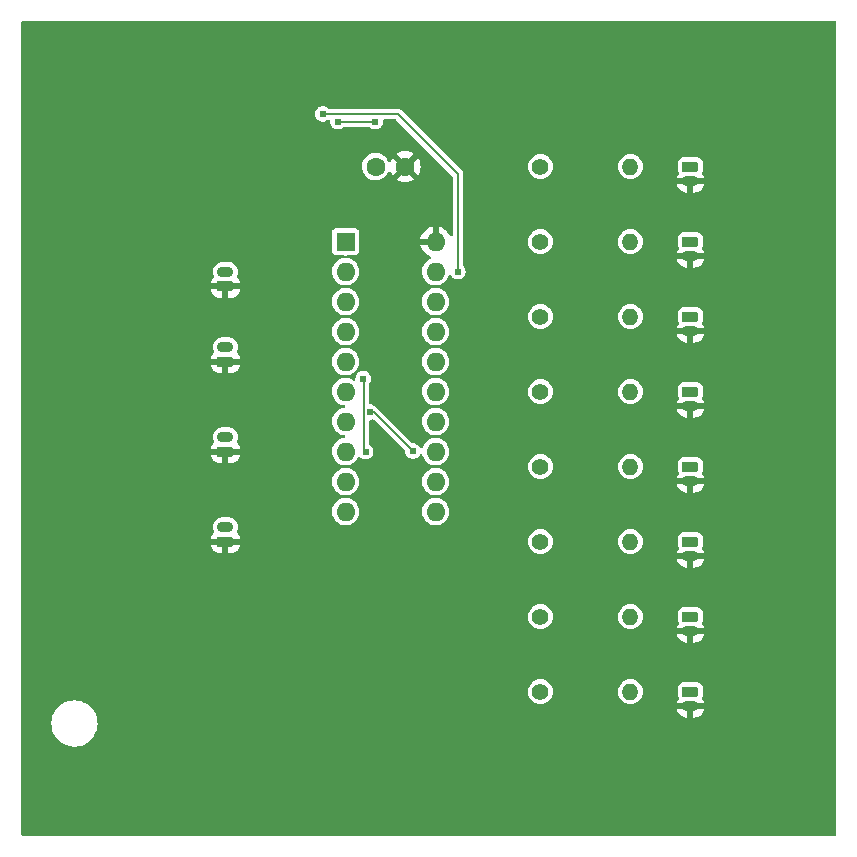
<source format=gbl>
G04 #@! TF.GenerationSoftware,KiCad,Pcbnew,(6.0.6)*
G04 #@! TF.CreationDate,2022-07-28T21:52:44+09:00*
G04 #@! TF.ProjectId,TargetSite,54617267-6574-4536-9974-652e6b696361,rev?*
G04 #@! TF.SameCoordinates,PX7bfa480PY7bfa480*
G04 #@! TF.FileFunction,Copper,L2,Bot*
G04 #@! TF.FilePolarity,Positive*
%FSLAX46Y46*%
G04 Gerber Fmt 4.6, Leading zero omitted, Abs format (unit mm)*
G04 Created by KiCad (PCBNEW (6.0.6)) date 2022-07-28 21:52:44*
%MOMM*%
%LPD*%
G01*
G04 APERTURE LIST*
G04 Aperture macros list*
%AMRoundRect*
0 Rectangle with rounded corners*
0 $1 Rounding radius*
0 $2 $3 $4 $5 $6 $7 $8 $9 X,Y pos of 4 corners*
0 Add a 4 corners polygon primitive as box body*
4,1,4,$2,$3,$4,$5,$6,$7,$8,$9,$2,$3,0*
0 Add four circle primitives for the rounded corners*
1,1,$1+$1,$2,$3*
1,1,$1+$1,$4,$5*
1,1,$1+$1,$6,$7*
1,1,$1+$1,$8,$9*
0 Add four rect primitives between the rounded corners*
20,1,$1+$1,$2,$3,$4,$5,0*
20,1,$1+$1,$4,$5,$6,$7,0*
20,1,$1+$1,$6,$7,$8,$9,0*
20,1,$1+$1,$8,$9,$2,$3,0*%
G04 Aperture macros list end*
G04 #@! TA.AperFunction,ComponentPad*
%ADD10RoundRect,0.225000X-0.475000X0.225000X-0.475000X-0.225000X0.475000X-0.225000X0.475000X0.225000X0*%
G04 #@! TD*
G04 #@! TA.AperFunction,ComponentPad*
%ADD11O,1.400000X0.900000*%
G04 #@! TD*
G04 #@! TA.AperFunction,ComponentPad*
%ADD12C,1.400000*%
G04 #@! TD*
G04 #@! TA.AperFunction,ComponentPad*
%ADD13O,1.400000X1.400000*%
G04 #@! TD*
G04 #@! TA.AperFunction,ComponentPad*
%ADD14RoundRect,0.225000X0.475000X-0.225000X0.475000X0.225000X-0.475000X0.225000X-0.475000X-0.225000X0*%
G04 #@! TD*
G04 #@! TA.AperFunction,ComponentPad*
%ADD15R,1.600000X1.600000*%
G04 #@! TD*
G04 #@! TA.AperFunction,ComponentPad*
%ADD16O,1.600000X1.600000*%
G04 #@! TD*
G04 #@! TA.AperFunction,ComponentPad*
%ADD17C,1.600000*%
G04 #@! TD*
G04 #@! TA.AperFunction,ViaPad*
%ADD18C,0.605000*%
G04 #@! TD*
G04 #@! TA.AperFunction,Conductor*
%ADD19C,0.152400*%
G04 #@! TD*
G04 #@! TA.AperFunction,Conductor*
%ADD20C,0.200000*%
G04 #@! TD*
G04 APERTURE END LIST*
D10*
X57150000Y38100000D03*
D11*
X57150000Y36850000D03*
D12*
X44450000Y12700000D03*
D13*
X52070000Y12700000D03*
D12*
X44450000Y38100000D03*
D13*
X52070000Y38100000D03*
D14*
X17780000Y33020000D03*
D11*
X17780000Y34270000D03*
D15*
X27950000Y50800000D03*
D16*
X27950000Y48260000D03*
X27950000Y45720000D03*
X27950000Y43180000D03*
X27950000Y40640000D03*
X27950000Y38100000D03*
X27950000Y35560000D03*
X27950000Y33020000D03*
X27950000Y30480000D03*
X27950000Y27940000D03*
X35570000Y27940000D03*
X35570000Y30480000D03*
X35570000Y33020000D03*
X35570000Y35560000D03*
X35570000Y38100000D03*
X35570000Y40640000D03*
X35570000Y43180000D03*
X35570000Y45720000D03*
X35570000Y48260000D03*
X35570000Y50800000D03*
D10*
X57150000Y31750000D03*
D11*
X57150000Y30500000D03*
D14*
X17780000Y47010000D03*
D11*
X17780000Y48260000D03*
D10*
X57150000Y19050000D03*
D11*
X57150000Y17800000D03*
D10*
X57150000Y12700000D03*
D11*
X57150000Y11450000D03*
D10*
X57150000Y57150000D03*
D11*
X57150000Y55900000D03*
D10*
X57150000Y44450000D03*
D11*
X57150000Y43200000D03*
D10*
X57150000Y25400000D03*
D11*
X57150000Y24150000D03*
D10*
X57150000Y50800000D03*
D11*
X57150000Y49550000D03*
D14*
X17780000Y25400000D03*
D11*
X17780000Y26650000D03*
D12*
X44450000Y44450000D03*
D13*
X52070000Y44450000D03*
D12*
X44450000Y19050000D03*
D13*
X52070000Y19050000D03*
D12*
X44450000Y50800000D03*
D13*
X52070000Y50800000D03*
D12*
X44450000Y31750000D03*
D13*
X52070000Y31750000D03*
D12*
X44450000Y57150000D03*
D13*
X52070000Y57150000D03*
D17*
X33000000Y57150000D03*
X30500000Y57150000D03*
D12*
X44450000Y25400000D03*
D13*
X52070000Y25400000D03*
D14*
X17780000Y40640000D03*
D11*
X17780000Y41890000D03*
D18*
X43815000Y67945000D03*
X66040000Y31750000D03*
X29210000Y5715000D03*
X23495000Y67945000D03*
X28575000Y59690000D03*
X8890000Y55880000D03*
X43180000Y5715000D03*
X60960000Y5080000D03*
X6350000Y50800000D03*
X33020000Y59690000D03*
X4445000Y24765000D03*
X63500000Y67945000D03*
X9822400Y63500000D03*
X4445000Y40005000D03*
X66040000Y44450000D03*
X12700000Y5715000D03*
X26020000Y61610000D03*
X37465000Y48260000D03*
X30480000Y60960000D03*
X27305000Y60960000D03*
X33657482Y33055768D03*
X30012072Y36362072D03*
X29444778Y39194137D03*
X29656721Y33005414D03*
D19*
X9822400Y63500000D02*
X9822400Y56812400D01*
X9822400Y56812400D02*
X8890000Y55880000D01*
X28575000Y59690000D02*
X33020000Y59690000D01*
D20*
X32370000Y61610000D02*
X37465000Y56515000D01*
X26020000Y61610000D02*
X32370000Y61610000D01*
X37465000Y56515000D02*
X37465000Y48260000D01*
X27305000Y60960000D02*
X30480000Y60960000D01*
D19*
X33657482Y33055768D02*
X30351178Y36362072D01*
X30351178Y36362072D02*
X30012072Y36362072D01*
X29480972Y39157943D02*
X29444778Y39194137D01*
X29480972Y33181163D02*
X29480972Y39157943D01*
X29656721Y33005414D02*
X29480972Y33181163D01*
G04 #@! TA.AperFunction,Conductor*
G36*
X69442121Y69479998D02*
G01*
X69488614Y69426342D01*
X69500000Y69374000D01*
X69500000Y626000D01*
X69479998Y557879D01*
X69426342Y511386D01*
X69374000Y500000D01*
X626000Y500000D01*
X557879Y520002D01*
X511386Y573658D01*
X500000Y626000D01*
X500000Y10030715D01*
X3044759Y10030715D01*
X3045003Y10026280D01*
X3045003Y10026276D01*
X3048384Y9964853D01*
X3059938Y9754913D01*
X3113825Y9484001D01*
X3205347Y9223384D01*
X3332678Y8978263D01*
X3335261Y8974648D01*
X3335265Y8974642D01*
X3372272Y8922856D01*
X3493275Y8753529D01*
X3683936Y8553665D01*
X3687431Y8550909D01*
X3687433Y8550908D01*
X3735469Y8513040D01*
X3900856Y8382659D01*
X3962559Y8346819D01*
X4135853Y8246161D01*
X4135859Y8246158D01*
X4139707Y8243923D01*
X4395723Y8140226D01*
X4400036Y8139155D01*
X4400041Y8139153D01*
X4659475Y8074709D01*
X4659480Y8074708D01*
X4663796Y8073636D01*
X4668224Y8073182D01*
X4668226Y8073182D01*
X4743339Y8065486D01*
X4899370Y8049500D01*
X5070362Y8049500D01*
X5275530Y8064027D01*
X5279885Y8064965D01*
X5279888Y8064965D01*
X5541215Y8121227D01*
X5541217Y8121227D01*
X5545562Y8122163D01*
X5804709Y8217767D01*
X5853185Y8243923D01*
X6043884Y8346819D01*
X6047800Y8348932D01*
X6269984Y8513040D01*
X6466829Y8706817D01*
X6634406Y8926396D01*
X6769373Y9167396D01*
X6869036Y9425009D01*
X6931407Y9694095D01*
X6955241Y9969285D01*
X6954997Y9973724D01*
X6940307Y10240644D01*
X6940306Y10240651D01*
X6940062Y10245087D01*
X6890932Y10492085D01*
X6887043Y10511636D01*
X6887042Y10511638D01*
X6886175Y10515999D01*
X6794653Y10776616D01*
X6667322Y11021737D01*
X6664739Y11025352D01*
X6664735Y11025358D01*
X6549992Y11185925D01*
X55976363Y11185925D01*
X56032310Y11033864D01*
X56037877Y11022451D01*
X56133708Y10867892D01*
X56141460Y10857826D01*
X56266408Y10725697D01*
X56276026Y10717395D01*
X56424987Y10613092D01*
X56436081Y10606892D01*
X56602980Y10534668D01*
X56615083Y10530829D01*
X56794600Y10493325D01*
X56804152Y10492085D01*
X56807384Y10492000D01*
X56877885Y10492000D01*
X56893124Y10496475D01*
X56894329Y10497865D01*
X56896000Y10505548D01*
X56896000Y10510115D01*
X57404000Y10510115D01*
X57408475Y10494876D01*
X57409865Y10493671D01*
X57417548Y10492000D01*
X57445447Y10492000D01*
X57451822Y10492323D01*
X57587277Y10506082D01*
X57599717Y10508636D01*
X57773244Y10563016D01*
X57784932Y10568025D01*
X57943979Y10656187D01*
X57954412Y10663438D01*
X58092491Y10781785D01*
X58101244Y10790976D01*
X58212711Y10934680D01*
X58219435Y10945440D01*
X58299732Y11108625D01*
X58304155Y11120519D01*
X58319251Y11178470D01*
X58318817Y11192564D01*
X58310636Y11196000D01*
X57422115Y11196000D01*
X57406876Y11191525D01*
X57405671Y11190135D01*
X57404000Y11182452D01*
X57404000Y10510115D01*
X56896000Y10510115D01*
X56896000Y11177885D01*
X56891525Y11193124D01*
X56890135Y11194329D01*
X56882452Y11196000D01*
X55990771Y11196000D01*
X55977240Y11192027D01*
X55976363Y11185925D01*
X6549992Y11185925D01*
X6509313Y11242850D01*
X6509310Y11242854D01*
X6506725Y11246471D01*
X6316064Y11446335D01*
X6312567Y11449092D01*
X6102639Y11614586D01*
X6102637Y11614587D01*
X6099144Y11617341D01*
X5949950Y11704000D01*
X5864147Y11753839D01*
X5864141Y11753842D01*
X5860293Y11756077D01*
X5604277Y11859774D01*
X5599964Y11860845D01*
X5599959Y11860847D01*
X5340525Y11925291D01*
X5340520Y11925292D01*
X5336204Y11926364D01*
X5331776Y11926818D01*
X5331774Y11926818D01*
X5246292Y11935576D01*
X5100630Y11950500D01*
X4929638Y11950500D01*
X4724470Y11935973D01*
X4720115Y11935035D01*
X4720112Y11935035D01*
X4458785Y11878773D01*
X4458783Y11878773D01*
X4454438Y11877837D01*
X4195291Y11782233D01*
X4191373Y11780119D01*
X3956116Y11653181D01*
X3952200Y11651068D01*
X3730016Y11486960D01*
X3533171Y11293183D01*
X3365594Y11073604D01*
X3363416Y11069715D01*
X3287793Y10934680D01*
X3230627Y10832604D01*
X3229023Y10828459D01*
X3229022Y10828456D01*
X3210493Y10780560D01*
X3130964Y10574991D01*
X3129961Y10570666D01*
X3129960Y10570661D01*
X3095634Y10422567D01*
X3068593Y10305905D01*
X3044759Y10030715D01*
X500000Y10030715D01*
X500000Y12714738D01*
X43394520Y12714738D01*
X43411759Y12509447D01*
X43413458Y12503522D01*
X43432453Y12437280D01*
X43468544Y12311414D01*
X43471359Y12305937D01*
X43471360Y12305934D01*
X43492247Y12265293D01*
X43562712Y12128182D01*
X43690677Y11966730D01*
X43695370Y11962736D01*
X43695371Y11962735D01*
X43818314Y11858103D01*
X43847564Y11833209D01*
X44027398Y11732703D01*
X44084729Y11714075D01*
X44217471Y11670944D01*
X44217475Y11670943D01*
X44223329Y11669041D01*
X44427894Y11644649D01*
X44434029Y11645121D01*
X44434031Y11645121D01*
X44490039Y11649431D01*
X44633300Y11660454D01*
X44639230Y11662110D01*
X44639232Y11662110D01*
X44801571Y11707436D01*
X44831725Y11715855D01*
X44837214Y11718628D01*
X44837220Y11718630D01*
X45010116Y11805967D01*
X45015610Y11808742D01*
X45177951Y11935576D01*
X45194338Y11954560D01*
X45308540Y12086866D01*
X45308540Y12086867D01*
X45312564Y12091528D01*
X45333387Y12128182D01*
X45411276Y12265293D01*
X45414323Y12270656D01*
X45479351Y12466137D01*
X45505171Y12670526D01*
X45505583Y12700000D01*
X45504138Y12714738D01*
X51014520Y12714738D01*
X51031759Y12509447D01*
X51033458Y12503522D01*
X51052453Y12437280D01*
X51088544Y12311414D01*
X51091359Y12305937D01*
X51091360Y12305934D01*
X51112247Y12265293D01*
X51182712Y12128182D01*
X51310677Y11966730D01*
X51315370Y11962736D01*
X51315371Y11962735D01*
X51438314Y11858103D01*
X51467564Y11833209D01*
X51647398Y11732703D01*
X51704729Y11714075D01*
X51837471Y11670944D01*
X51837475Y11670943D01*
X51843329Y11669041D01*
X52047894Y11644649D01*
X52054029Y11645121D01*
X52054031Y11645121D01*
X52110039Y11649431D01*
X52253300Y11660454D01*
X52259230Y11662110D01*
X52259232Y11662110D01*
X52421571Y11707436D01*
X52451725Y11715855D01*
X52457214Y11718628D01*
X52457220Y11718630D01*
X52462961Y11721530D01*
X55980749Y11721530D01*
X55981183Y11707436D01*
X55989364Y11704000D01*
X58309229Y11704000D01*
X58322760Y11707973D01*
X58323637Y11714075D01*
X58267690Y11866136D01*
X58262123Y11877549D01*
X58166292Y12032108D01*
X58158541Y12042173D01*
X58152030Y12049058D01*
X58119757Y12112295D01*
X58126796Y12182942D01*
X58127668Y12184728D01*
X58127698Y12184767D01*
X58185687Y12324764D01*
X58200500Y12437280D01*
X58200500Y12962720D01*
X58185687Y13075236D01*
X58127698Y13215233D01*
X58035451Y13335451D01*
X57915233Y13427698D01*
X57775236Y13485687D01*
X57662720Y13500500D01*
X56637280Y13500500D01*
X56524764Y13485687D01*
X56384767Y13427698D01*
X56264549Y13335451D01*
X56172302Y13215233D01*
X56114313Y13075236D01*
X56099500Y12962720D01*
X56099500Y12437280D01*
X56114313Y12324764D01*
X56117473Y12317135D01*
X56172302Y12184767D01*
X56170007Y12183816D01*
X56183776Y12127024D01*
X56157480Y12055811D01*
X56087289Y11965320D01*
X56080565Y11954560D01*
X56000268Y11791375D01*
X55995845Y11779481D01*
X55980749Y11721530D01*
X52462961Y11721530D01*
X52630116Y11805967D01*
X52635610Y11808742D01*
X52797951Y11935576D01*
X52814338Y11954560D01*
X52928540Y12086866D01*
X52928540Y12086867D01*
X52932564Y12091528D01*
X52953387Y12128182D01*
X53031276Y12265293D01*
X53034323Y12270656D01*
X53099351Y12466137D01*
X53125171Y12670526D01*
X53125583Y12700000D01*
X53105480Y12905030D01*
X53045935Y13102251D01*
X52949218Y13284151D01*
X52875859Y13374098D01*
X52822906Y13439025D01*
X52822903Y13439028D01*
X52819011Y13443800D01*
X52801786Y13458050D01*
X52665025Y13571189D01*
X52665021Y13571191D01*
X52660275Y13575118D01*
X52479055Y13673103D01*
X52282254Y13734023D01*
X52276129Y13734667D01*
X52276128Y13734667D01*
X52083498Y13754913D01*
X52083496Y13754913D01*
X52077369Y13755557D01*
X51990529Y13747654D01*
X51878342Y13737445D01*
X51878339Y13737444D01*
X51872203Y13736886D01*
X51674572Y13678720D01*
X51492002Y13583274D01*
X51487201Y13579414D01*
X51487198Y13579412D01*
X51370628Y13485687D01*
X51331447Y13454185D01*
X51199024Y13296370D01*
X51196056Y13290972D01*
X51196053Y13290967D01*
X51150224Y13207603D01*
X51099776Y13115838D01*
X51037484Y12919468D01*
X51036798Y12913351D01*
X51036797Y12913347D01*
X51015207Y12720863D01*
X51014520Y12714738D01*
X45504138Y12714738D01*
X45485480Y12905030D01*
X45425935Y13102251D01*
X45329218Y13284151D01*
X45255859Y13374098D01*
X45202906Y13439025D01*
X45202903Y13439028D01*
X45199011Y13443800D01*
X45181786Y13458050D01*
X45045025Y13571189D01*
X45045021Y13571191D01*
X45040275Y13575118D01*
X44859055Y13673103D01*
X44662254Y13734023D01*
X44656129Y13734667D01*
X44656128Y13734667D01*
X44463498Y13754913D01*
X44463496Y13754913D01*
X44457369Y13755557D01*
X44370529Y13747654D01*
X44258342Y13737445D01*
X44258339Y13737444D01*
X44252203Y13736886D01*
X44054572Y13678720D01*
X43872002Y13583274D01*
X43867201Y13579414D01*
X43867198Y13579412D01*
X43750628Y13485687D01*
X43711447Y13454185D01*
X43579024Y13296370D01*
X43576056Y13290972D01*
X43576053Y13290967D01*
X43530224Y13207603D01*
X43479776Y13115838D01*
X43417484Y12919468D01*
X43416798Y12913351D01*
X43416797Y12913347D01*
X43395207Y12720863D01*
X43394520Y12714738D01*
X500000Y12714738D01*
X500000Y17535925D01*
X55976363Y17535925D01*
X56032310Y17383864D01*
X56037877Y17372451D01*
X56133708Y17217892D01*
X56141460Y17207826D01*
X56266408Y17075697D01*
X56276026Y17067395D01*
X56424987Y16963092D01*
X56436081Y16956892D01*
X56602980Y16884668D01*
X56615083Y16880829D01*
X56794600Y16843325D01*
X56804152Y16842085D01*
X56807384Y16842000D01*
X56877885Y16842000D01*
X56893124Y16846475D01*
X56894329Y16847865D01*
X56896000Y16855548D01*
X56896000Y16860115D01*
X57404000Y16860115D01*
X57408475Y16844876D01*
X57409865Y16843671D01*
X57417548Y16842000D01*
X57445447Y16842000D01*
X57451822Y16842323D01*
X57587277Y16856082D01*
X57599717Y16858636D01*
X57773244Y16913016D01*
X57784932Y16918025D01*
X57943979Y17006187D01*
X57954412Y17013438D01*
X58092491Y17131785D01*
X58101244Y17140976D01*
X58212711Y17284680D01*
X58219435Y17295440D01*
X58299732Y17458625D01*
X58304155Y17470519D01*
X58319251Y17528470D01*
X58318817Y17542564D01*
X58310636Y17546000D01*
X57422115Y17546000D01*
X57406876Y17541525D01*
X57405671Y17540135D01*
X57404000Y17532452D01*
X57404000Y16860115D01*
X56896000Y16860115D01*
X56896000Y17527885D01*
X56891525Y17543124D01*
X56890135Y17544329D01*
X56882452Y17546000D01*
X55990771Y17546000D01*
X55977240Y17542027D01*
X55976363Y17535925D01*
X500000Y17535925D01*
X500000Y19064738D01*
X43394520Y19064738D01*
X43411759Y18859447D01*
X43413458Y18853522D01*
X43432453Y18787280D01*
X43468544Y18661414D01*
X43471359Y18655937D01*
X43471360Y18655934D01*
X43492247Y18615293D01*
X43562712Y18478182D01*
X43690677Y18316730D01*
X43695370Y18312736D01*
X43695371Y18312735D01*
X43795465Y18227549D01*
X43847564Y18183209D01*
X44027398Y18082703D01*
X44084729Y18064075D01*
X44217471Y18020944D01*
X44217475Y18020943D01*
X44223329Y18019041D01*
X44427894Y17994649D01*
X44434029Y17995121D01*
X44434031Y17995121D01*
X44490039Y17999431D01*
X44633300Y18010454D01*
X44639230Y18012110D01*
X44639232Y18012110D01*
X44801571Y18057436D01*
X44831725Y18065855D01*
X44837214Y18068628D01*
X44837220Y18068630D01*
X45010116Y18155967D01*
X45015610Y18158742D01*
X45177951Y18285576D01*
X45194338Y18304560D01*
X45308540Y18436866D01*
X45308540Y18436867D01*
X45312564Y18441528D01*
X45333387Y18478182D01*
X45411276Y18615293D01*
X45414323Y18620656D01*
X45479351Y18816137D01*
X45505171Y19020526D01*
X45505583Y19050000D01*
X45504138Y19064738D01*
X51014520Y19064738D01*
X51031759Y18859447D01*
X51033458Y18853522D01*
X51052453Y18787280D01*
X51088544Y18661414D01*
X51091359Y18655937D01*
X51091360Y18655934D01*
X51112247Y18615293D01*
X51182712Y18478182D01*
X51310677Y18316730D01*
X51315370Y18312736D01*
X51315371Y18312735D01*
X51415465Y18227549D01*
X51467564Y18183209D01*
X51647398Y18082703D01*
X51704729Y18064075D01*
X51837471Y18020944D01*
X51837475Y18020943D01*
X51843329Y18019041D01*
X52047894Y17994649D01*
X52054029Y17995121D01*
X52054031Y17995121D01*
X52110039Y17999431D01*
X52253300Y18010454D01*
X52259230Y18012110D01*
X52259232Y18012110D01*
X52421571Y18057436D01*
X52451725Y18065855D01*
X52457214Y18068628D01*
X52457220Y18068630D01*
X52462961Y18071530D01*
X55980749Y18071530D01*
X55981183Y18057436D01*
X55989364Y18054000D01*
X58309229Y18054000D01*
X58322760Y18057973D01*
X58323637Y18064075D01*
X58267690Y18216136D01*
X58262123Y18227549D01*
X58166292Y18382108D01*
X58158541Y18392173D01*
X58152030Y18399058D01*
X58119757Y18462295D01*
X58126796Y18532942D01*
X58127668Y18534728D01*
X58127698Y18534767D01*
X58185687Y18674764D01*
X58200500Y18787280D01*
X58200500Y19312720D01*
X58185687Y19425236D01*
X58127698Y19565233D01*
X58035451Y19685451D01*
X57915233Y19777698D01*
X57775236Y19835687D01*
X57662720Y19850500D01*
X56637280Y19850500D01*
X56524764Y19835687D01*
X56384767Y19777698D01*
X56264549Y19685451D01*
X56172302Y19565233D01*
X56114313Y19425236D01*
X56099500Y19312720D01*
X56099500Y18787280D01*
X56114313Y18674764D01*
X56117473Y18667135D01*
X56172302Y18534767D01*
X56170007Y18533816D01*
X56183776Y18477024D01*
X56157480Y18405811D01*
X56087289Y18315320D01*
X56080565Y18304560D01*
X56000268Y18141375D01*
X55995845Y18129481D01*
X55980749Y18071530D01*
X52462961Y18071530D01*
X52630116Y18155967D01*
X52635610Y18158742D01*
X52797951Y18285576D01*
X52814338Y18304560D01*
X52928540Y18436866D01*
X52928540Y18436867D01*
X52932564Y18441528D01*
X52953387Y18478182D01*
X53031276Y18615293D01*
X53034323Y18620656D01*
X53099351Y18816137D01*
X53125171Y19020526D01*
X53125583Y19050000D01*
X53105480Y19255030D01*
X53045935Y19452251D01*
X52949218Y19634151D01*
X52875859Y19724098D01*
X52822906Y19789025D01*
X52822903Y19789028D01*
X52819011Y19793800D01*
X52801786Y19808050D01*
X52665025Y19921189D01*
X52665021Y19921191D01*
X52660275Y19925118D01*
X52479055Y20023103D01*
X52282254Y20084023D01*
X52276129Y20084667D01*
X52276128Y20084667D01*
X52083498Y20104913D01*
X52083496Y20104913D01*
X52077369Y20105557D01*
X51990529Y20097654D01*
X51878342Y20087445D01*
X51878339Y20087444D01*
X51872203Y20086886D01*
X51674572Y20028720D01*
X51492002Y19933274D01*
X51487201Y19929414D01*
X51487198Y19929412D01*
X51370628Y19835687D01*
X51331447Y19804185D01*
X51199024Y19646370D01*
X51196056Y19640972D01*
X51196053Y19640967D01*
X51150224Y19557603D01*
X51099776Y19465838D01*
X51037484Y19269468D01*
X51036798Y19263351D01*
X51036797Y19263347D01*
X51015207Y19070863D01*
X51014520Y19064738D01*
X45504138Y19064738D01*
X45485480Y19255030D01*
X45425935Y19452251D01*
X45329218Y19634151D01*
X45255859Y19724098D01*
X45202906Y19789025D01*
X45202903Y19789028D01*
X45199011Y19793800D01*
X45181786Y19808050D01*
X45045025Y19921189D01*
X45045021Y19921191D01*
X45040275Y19925118D01*
X44859055Y20023103D01*
X44662254Y20084023D01*
X44656129Y20084667D01*
X44656128Y20084667D01*
X44463498Y20104913D01*
X44463496Y20104913D01*
X44457369Y20105557D01*
X44370529Y20097654D01*
X44258342Y20087445D01*
X44258339Y20087444D01*
X44252203Y20086886D01*
X44054572Y20028720D01*
X43872002Y19933274D01*
X43867201Y19929414D01*
X43867198Y19929412D01*
X43750628Y19835687D01*
X43711447Y19804185D01*
X43579024Y19646370D01*
X43576056Y19640972D01*
X43576053Y19640967D01*
X43530224Y19557603D01*
X43479776Y19465838D01*
X43417484Y19269468D01*
X43416798Y19263351D01*
X43416797Y19263347D01*
X43395207Y19070863D01*
X43394520Y19064738D01*
X500000Y19064738D01*
X500000Y23885925D01*
X55976363Y23885925D01*
X56032310Y23733864D01*
X56037877Y23722451D01*
X56133708Y23567892D01*
X56141460Y23557826D01*
X56266408Y23425697D01*
X56276026Y23417395D01*
X56424987Y23313092D01*
X56436081Y23306892D01*
X56602980Y23234668D01*
X56615083Y23230829D01*
X56794600Y23193325D01*
X56804152Y23192085D01*
X56807384Y23192000D01*
X56877885Y23192000D01*
X56893124Y23196475D01*
X56894329Y23197865D01*
X56896000Y23205548D01*
X56896000Y23210115D01*
X57404000Y23210115D01*
X57408475Y23194876D01*
X57409865Y23193671D01*
X57417548Y23192000D01*
X57445447Y23192000D01*
X57451822Y23192323D01*
X57587277Y23206082D01*
X57599717Y23208636D01*
X57773244Y23263016D01*
X57784932Y23268025D01*
X57943979Y23356187D01*
X57954412Y23363438D01*
X58092491Y23481785D01*
X58101244Y23490976D01*
X58212711Y23634680D01*
X58219435Y23645440D01*
X58299732Y23808625D01*
X58304155Y23820519D01*
X58319251Y23878470D01*
X58318817Y23892564D01*
X58310636Y23896000D01*
X57422115Y23896000D01*
X57406876Y23891525D01*
X57405671Y23890135D01*
X57404000Y23882452D01*
X57404000Y23210115D01*
X56896000Y23210115D01*
X56896000Y23877885D01*
X56891525Y23893124D01*
X56890135Y23894329D01*
X56882452Y23896000D01*
X55990771Y23896000D01*
X55977240Y23892027D01*
X55976363Y23885925D01*
X500000Y23885925D01*
X500000Y25129562D01*
X16572000Y25129562D01*
X16572337Y25123047D01*
X16581894Y25030943D01*
X16584788Y25017544D01*
X16634381Y24868893D01*
X16640555Y24855714D01*
X16722788Y24722827D01*
X16731824Y24711426D01*
X16842429Y24601014D01*
X16853840Y24592002D01*
X16986880Y24509996D01*
X17000061Y24503849D01*
X17148814Y24454509D01*
X17162190Y24451642D01*
X17253097Y24442328D01*
X17259513Y24442000D01*
X17507885Y24442000D01*
X17523124Y24446475D01*
X17524329Y24447865D01*
X17526000Y24455548D01*
X17526000Y24460115D01*
X18034000Y24460115D01*
X18038475Y24444876D01*
X18039865Y24443671D01*
X18047548Y24442000D01*
X18300438Y24442000D01*
X18306953Y24442337D01*
X18399057Y24451894D01*
X18412456Y24454788D01*
X18561107Y24504381D01*
X18574286Y24510555D01*
X18707173Y24592788D01*
X18718574Y24601824D01*
X18828986Y24712429D01*
X18837998Y24723840D01*
X18920004Y24856880D01*
X18926151Y24870061D01*
X18975491Y25018814D01*
X18978358Y25032190D01*
X18987672Y25123097D01*
X18987929Y25128126D01*
X18983525Y25143124D01*
X18982135Y25144329D01*
X18974452Y25146000D01*
X18052115Y25146000D01*
X18036876Y25141525D01*
X18035671Y25140135D01*
X18034000Y25132452D01*
X18034000Y24460115D01*
X17526000Y24460115D01*
X17526000Y25127885D01*
X17521525Y25143124D01*
X17520135Y25144329D01*
X17512452Y25146000D01*
X16590115Y25146000D01*
X16574876Y25141525D01*
X16573671Y25140135D01*
X16572000Y25132452D01*
X16572000Y25129562D01*
X500000Y25129562D01*
X500000Y25414738D01*
X43394520Y25414738D01*
X43411759Y25209447D01*
X43413458Y25203522D01*
X43462587Y25032190D01*
X43468544Y25011414D01*
X43471359Y25005937D01*
X43471360Y25005934D01*
X43559897Y24833659D01*
X43562712Y24828182D01*
X43690677Y24666730D01*
X43695370Y24662736D01*
X43695371Y24662735D01*
X43795465Y24577549D01*
X43847564Y24533209D01*
X43852942Y24530203D01*
X43852944Y24530202D01*
X43900097Y24503849D01*
X44027398Y24432703D01*
X44084729Y24414075D01*
X44217471Y24370944D01*
X44217475Y24370943D01*
X44223329Y24369041D01*
X44427894Y24344649D01*
X44434029Y24345121D01*
X44434031Y24345121D01*
X44490039Y24349431D01*
X44633300Y24360454D01*
X44639230Y24362110D01*
X44639232Y24362110D01*
X44801571Y24407436D01*
X44831725Y24415855D01*
X44837214Y24418628D01*
X44837220Y24418630D01*
X44981229Y24491375D01*
X45015610Y24508742D01*
X45177951Y24635576D01*
X45194338Y24654560D01*
X45308540Y24786866D01*
X45308540Y24786867D01*
X45312564Y24791528D01*
X45333387Y24828182D01*
X45411276Y24965293D01*
X45414323Y24970656D01*
X45479351Y25166137D01*
X45505171Y25370526D01*
X45505583Y25400000D01*
X45504138Y25414738D01*
X51014520Y25414738D01*
X51031759Y25209447D01*
X51033458Y25203522D01*
X51082587Y25032190D01*
X51088544Y25011414D01*
X51091359Y25005937D01*
X51091360Y25005934D01*
X51179897Y24833659D01*
X51182712Y24828182D01*
X51310677Y24666730D01*
X51315370Y24662736D01*
X51315371Y24662735D01*
X51415465Y24577549D01*
X51467564Y24533209D01*
X51472942Y24530203D01*
X51472944Y24530202D01*
X51520097Y24503849D01*
X51647398Y24432703D01*
X51704729Y24414075D01*
X51837471Y24370944D01*
X51837475Y24370943D01*
X51843329Y24369041D01*
X52047894Y24344649D01*
X52054029Y24345121D01*
X52054031Y24345121D01*
X52110039Y24349431D01*
X52253300Y24360454D01*
X52259230Y24362110D01*
X52259232Y24362110D01*
X52421571Y24407436D01*
X52451725Y24415855D01*
X52457214Y24418628D01*
X52457220Y24418630D01*
X52462961Y24421530D01*
X55980749Y24421530D01*
X55981183Y24407436D01*
X55989364Y24404000D01*
X58309229Y24404000D01*
X58322760Y24407973D01*
X58323637Y24414075D01*
X58267690Y24566136D01*
X58262123Y24577549D01*
X58166292Y24732108D01*
X58158541Y24742173D01*
X58152030Y24749058D01*
X58119757Y24812295D01*
X58126796Y24882942D01*
X58127668Y24884728D01*
X58127698Y24884767D01*
X58185687Y25024764D01*
X58200500Y25137280D01*
X58200500Y25662720D01*
X58185687Y25775236D01*
X58127698Y25915233D01*
X58035451Y26035451D01*
X57915233Y26127698D01*
X57775236Y26185687D01*
X57662720Y26200500D01*
X56637280Y26200500D01*
X56524764Y26185687D01*
X56384767Y26127698D01*
X56264549Y26035451D01*
X56172302Y25915233D01*
X56114313Y25775236D01*
X56099500Y25662720D01*
X56099500Y25137280D01*
X56114313Y25024764D01*
X56117473Y25017135D01*
X56172302Y24884767D01*
X56170007Y24883816D01*
X56183776Y24827024D01*
X56157480Y24755811D01*
X56087289Y24665320D01*
X56080565Y24654560D01*
X56000268Y24491375D01*
X55995845Y24479481D01*
X55980749Y24421530D01*
X52462961Y24421530D01*
X52601229Y24491375D01*
X52635610Y24508742D01*
X52797951Y24635576D01*
X52814338Y24654560D01*
X52928540Y24786866D01*
X52928540Y24786867D01*
X52932564Y24791528D01*
X52953387Y24828182D01*
X53031276Y24965293D01*
X53034323Y24970656D01*
X53099351Y25166137D01*
X53125171Y25370526D01*
X53125583Y25400000D01*
X53105480Y25605030D01*
X53045935Y25802251D01*
X52949218Y25984151D01*
X52873351Y26077173D01*
X52822906Y26139025D01*
X52822903Y26139028D01*
X52819011Y26143800D01*
X52801786Y26158050D01*
X52665025Y26271189D01*
X52665021Y26271191D01*
X52660275Y26275118D01*
X52479055Y26373103D01*
X52282254Y26434023D01*
X52276129Y26434667D01*
X52276128Y26434667D01*
X52083498Y26454913D01*
X52083496Y26454913D01*
X52077369Y26455557D01*
X51990529Y26447654D01*
X51878342Y26437445D01*
X51878339Y26437444D01*
X51872203Y26436886D01*
X51674572Y26378720D01*
X51492002Y26283274D01*
X51487201Y26279414D01*
X51487198Y26279412D01*
X51336254Y26158050D01*
X51331447Y26154185D01*
X51199024Y25996370D01*
X51196056Y25990972D01*
X51196053Y25990967D01*
X51126503Y25864454D01*
X51099776Y25815838D01*
X51037484Y25619468D01*
X51036798Y25613351D01*
X51036797Y25613347D01*
X51015207Y25420863D01*
X51014520Y25414738D01*
X45504138Y25414738D01*
X45485480Y25605030D01*
X45425935Y25802251D01*
X45329218Y25984151D01*
X45253351Y26077173D01*
X45202906Y26139025D01*
X45202903Y26139028D01*
X45199011Y26143800D01*
X45181786Y26158050D01*
X45045025Y26271189D01*
X45045021Y26271191D01*
X45040275Y26275118D01*
X44859055Y26373103D01*
X44662254Y26434023D01*
X44656129Y26434667D01*
X44656128Y26434667D01*
X44463498Y26454913D01*
X44463496Y26454913D01*
X44457369Y26455557D01*
X44370529Y26447654D01*
X44258342Y26437445D01*
X44258339Y26437444D01*
X44252203Y26436886D01*
X44054572Y26378720D01*
X43872002Y26283274D01*
X43867201Y26279414D01*
X43867198Y26279412D01*
X43716254Y26158050D01*
X43711447Y26154185D01*
X43579024Y25996370D01*
X43576056Y25990972D01*
X43576053Y25990967D01*
X43506503Y25864454D01*
X43479776Y25815838D01*
X43417484Y25619468D01*
X43416798Y25613351D01*
X43416797Y25613347D01*
X43395207Y25420863D01*
X43394520Y25414738D01*
X500000Y25414738D01*
X500000Y25671874D01*
X16572071Y25671874D01*
X16576475Y25656876D01*
X16577865Y25655671D01*
X16585548Y25654000D01*
X18969885Y25654000D01*
X18985124Y25658475D01*
X18986329Y25659865D01*
X18988000Y25667548D01*
X18988000Y25670438D01*
X18987663Y25676953D01*
X18978106Y25769057D01*
X18975212Y25782456D01*
X18925619Y25931107D01*
X18919445Y25944286D01*
X18837212Y26077173D01*
X18828176Y26088574D01*
X18773068Y26143585D01*
X18738988Y26205867D01*
X18743991Y26276688D01*
X18748837Y26287993D01*
X18750264Y26290918D01*
X18754037Y26296864D01*
X18780141Y26370173D01*
X18811919Y26459414D01*
X18811920Y26459419D01*
X18814281Y26466049D01*
X18815114Y26473035D01*
X18815115Y26473039D01*
X18834711Y26637383D01*
X18835545Y26644376D01*
X18820557Y26786982D01*
X18817510Y26815975D01*
X18817509Y26815979D01*
X18816773Y26822983D01*
X18758897Y26992993D01*
X18726232Y27046090D01*
X18668485Y27139955D01*
X18664794Y27145955D01*
X18659868Y27150986D01*
X18659865Y27150989D01*
X18599024Y27213117D01*
X18539141Y27274268D01*
X18528522Y27281112D01*
X18394109Y27367735D01*
X18388183Y27371554D01*
X18381563Y27373963D01*
X18381560Y27373965D01*
X18226039Y27430570D01*
X18226036Y27430571D01*
X18219422Y27432978D01*
X18162692Y27440144D01*
X18084645Y27450004D01*
X18084642Y27450004D01*
X18080717Y27450500D01*
X17484845Y27450500D01*
X17351528Y27435546D01*
X17344875Y27433229D01*
X17344874Y27433229D01*
X17276549Y27409436D01*
X17181927Y27376485D01*
X17175953Y27372752D01*
X17175951Y27372751D01*
X17044490Y27290605D01*
X17029625Y27281316D01*
X16965635Y27217771D01*
X16907190Y27159733D01*
X16907187Y27159729D01*
X16902193Y27154770D01*
X16898419Y27148824D01*
X16898418Y27148822D01*
X16879681Y27119297D01*
X16805963Y27003136D01*
X16803598Y26996494D01*
X16748081Y26840586D01*
X16748080Y26840581D01*
X16745719Y26833951D01*
X16744886Y26826965D01*
X16744885Y26826961D01*
X16729648Y26699177D01*
X16724455Y26655624D01*
X16743227Y26477017D01*
X16745498Y26470346D01*
X16779600Y26370173D01*
X16801103Y26307007D01*
X16804792Y26301011D01*
X16804796Y26301002D01*
X16805808Y26299358D01*
X16806135Y26298158D01*
X16807794Y26294632D01*
X16807175Y26294341D01*
X16824466Y26230857D01*
X16803127Y26163143D01*
X16787663Y26144319D01*
X16731014Y26087571D01*
X16722002Y26076160D01*
X16639996Y25943120D01*
X16633849Y25929939D01*
X16584509Y25781186D01*
X16581642Y25767810D01*
X16572328Y25676903D01*
X16572071Y25671874D01*
X500000Y25671874D01*
X500000Y32749562D01*
X16572000Y32749562D01*
X16572337Y32743047D01*
X16581894Y32650943D01*
X16584788Y32637544D01*
X16634381Y32488893D01*
X16640555Y32475714D01*
X16722788Y32342827D01*
X16731824Y32331426D01*
X16842429Y32221014D01*
X16853840Y32212002D01*
X16986880Y32129996D01*
X17000061Y32123849D01*
X17148814Y32074509D01*
X17162190Y32071642D01*
X17253097Y32062328D01*
X17259513Y32062000D01*
X17507885Y32062000D01*
X17523124Y32066475D01*
X17524329Y32067865D01*
X17526000Y32075548D01*
X17526000Y32080115D01*
X18034000Y32080115D01*
X18038475Y32064876D01*
X18039865Y32063671D01*
X18047548Y32062000D01*
X18300438Y32062000D01*
X18306953Y32062337D01*
X18399057Y32071894D01*
X18412456Y32074788D01*
X18561107Y32124381D01*
X18574286Y32130555D01*
X18707173Y32212788D01*
X18718574Y32221824D01*
X18828986Y32332429D01*
X18837998Y32343840D01*
X18920004Y32476880D01*
X18926151Y32490061D01*
X18975491Y32638814D01*
X18978358Y32652190D01*
X18987672Y32743097D01*
X18987929Y32748126D01*
X18983525Y32763124D01*
X18982135Y32764329D01*
X18974452Y32766000D01*
X18052115Y32766000D01*
X18036876Y32761525D01*
X18035671Y32760135D01*
X18034000Y32752452D01*
X18034000Y32080115D01*
X17526000Y32080115D01*
X17526000Y32747885D01*
X17521525Y32763124D01*
X17520135Y32764329D01*
X17512452Y32766000D01*
X16590115Y32766000D01*
X16574876Y32761525D01*
X16573671Y32760135D01*
X16572000Y32752452D01*
X16572000Y32749562D01*
X500000Y32749562D01*
X500000Y33291874D01*
X16572071Y33291874D01*
X16576475Y33276876D01*
X16577865Y33275671D01*
X16585548Y33274000D01*
X18969885Y33274000D01*
X18985124Y33278475D01*
X18986329Y33279865D01*
X18988000Y33287548D01*
X18988000Y33290438D01*
X18987663Y33296953D01*
X18978106Y33389057D01*
X18975212Y33402456D01*
X18925619Y33551107D01*
X18919445Y33564286D01*
X18837212Y33697173D01*
X18828176Y33708574D01*
X18773068Y33763585D01*
X18738988Y33825867D01*
X18743991Y33896688D01*
X18748837Y33907993D01*
X18750264Y33910918D01*
X18754037Y33916864D01*
X18772836Y33969658D01*
X18811919Y34079414D01*
X18811920Y34079419D01*
X18814281Y34086049D01*
X18815114Y34093035D01*
X18815115Y34093039D01*
X18834711Y34257383D01*
X18835545Y34264376D01*
X18828258Y34333709D01*
X18817510Y34435975D01*
X18817509Y34435979D01*
X18816773Y34442983D01*
X18758897Y34612993D01*
X18726232Y34666090D01*
X18668485Y34759955D01*
X18664794Y34765955D01*
X18659868Y34770986D01*
X18659865Y34770989D01*
X18571303Y34861425D01*
X18539141Y34894268D01*
X18528522Y34901112D01*
X18394109Y34987735D01*
X18388183Y34991554D01*
X18381563Y34993963D01*
X18381560Y34993965D01*
X18226039Y35050570D01*
X18226036Y35050571D01*
X18219422Y35052978D01*
X18162692Y35060144D01*
X18084645Y35070004D01*
X18084642Y35070004D01*
X18080717Y35070500D01*
X17484845Y35070500D01*
X17351528Y35055546D01*
X17344875Y35053229D01*
X17344874Y35053229D01*
X17276549Y35029436D01*
X17181927Y34996485D01*
X17175953Y34992752D01*
X17175951Y34992751D01*
X17044490Y34910605D01*
X17029625Y34901316D01*
X16989455Y34861425D01*
X16907190Y34779733D01*
X16907187Y34779729D01*
X16902193Y34774770D01*
X16898419Y34768824D01*
X16898418Y34768822D01*
X16879681Y34739297D01*
X16805963Y34623136D01*
X16803598Y34616494D01*
X16748081Y34460586D01*
X16748080Y34460581D01*
X16745719Y34453951D01*
X16744886Y34446965D01*
X16744885Y34446961D01*
X16738306Y34391784D01*
X16724455Y34275624D01*
X16725191Y34268621D01*
X16725191Y34268620D01*
X16740212Y34125708D01*
X16743227Y34097017D01*
X16745498Y34090346D01*
X16797816Y33936663D01*
X16801103Y33927007D01*
X16804792Y33921011D01*
X16804796Y33921002D01*
X16805808Y33919358D01*
X16806135Y33918158D01*
X16807794Y33914632D01*
X16807175Y33914341D01*
X16824466Y33850857D01*
X16803127Y33783143D01*
X16787663Y33764319D01*
X16731014Y33707571D01*
X16722002Y33696160D01*
X16639996Y33563120D01*
X16633849Y33549939D01*
X16584509Y33401186D01*
X16581642Y33387810D01*
X16572328Y33296903D01*
X16572071Y33291874D01*
X500000Y33291874D01*
X500000Y40369562D01*
X16572000Y40369562D01*
X16572337Y40363047D01*
X16581894Y40270943D01*
X16584788Y40257544D01*
X16634381Y40108893D01*
X16640555Y40095714D01*
X16722788Y39962827D01*
X16731824Y39951426D01*
X16842429Y39841014D01*
X16853840Y39832002D01*
X16986880Y39749996D01*
X17000061Y39743849D01*
X17148814Y39694509D01*
X17162190Y39691642D01*
X17253097Y39682328D01*
X17259513Y39682000D01*
X17507885Y39682000D01*
X17523124Y39686475D01*
X17524329Y39687865D01*
X17526000Y39695548D01*
X17526000Y39700115D01*
X18034000Y39700115D01*
X18038475Y39684876D01*
X18039865Y39683671D01*
X18047548Y39682000D01*
X18300438Y39682000D01*
X18306953Y39682337D01*
X18399057Y39691894D01*
X18412456Y39694788D01*
X18561107Y39744381D01*
X18574286Y39750555D01*
X18707173Y39832788D01*
X18718574Y39841824D01*
X18828986Y39952429D01*
X18837998Y39963840D01*
X18920004Y40096880D01*
X18926151Y40110061D01*
X18975491Y40258814D01*
X18978358Y40272190D01*
X18987672Y40363097D01*
X18987929Y40368126D01*
X18983525Y40383124D01*
X18982135Y40384329D01*
X18974452Y40386000D01*
X18052115Y40386000D01*
X18036876Y40381525D01*
X18035671Y40380135D01*
X18034000Y40372452D01*
X18034000Y39700115D01*
X17526000Y39700115D01*
X17526000Y40367885D01*
X17521525Y40383124D01*
X17520135Y40384329D01*
X17512452Y40386000D01*
X16590115Y40386000D01*
X16574876Y40381525D01*
X16573671Y40380135D01*
X16572000Y40372452D01*
X16572000Y40369562D01*
X500000Y40369562D01*
X500000Y40911874D01*
X16572071Y40911874D01*
X16576475Y40896876D01*
X16577865Y40895671D01*
X16585548Y40894000D01*
X18969885Y40894000D01*
X18985124Y40898475D01*
X18986329Y40899865D01*
X18988000Y40907548D01*
X18988000Y40910438D01*
X18987663Y40916953D01*
X18978106Y41009057D01*
X18975212Y41022456D01*
X18925619Y41171107D01*
X18919445Y41184286D01*
X18837212Y41317173D01*
X18828176Y41328574D01*
X18773068Y41383585D01*
X18738988Y41445867D01*
X18743991Y41516688D01*
X18748837Y41527993D01*
X18750264Y41530918D01*
X18754037Y41536864D01*
X18772836Y41589658D01*
X18811919Y41699414D01*
X18811920Y41699419D01*
X18814281Y41706049D01*
X18815114Y41713035D01*
X18815115Y41713039D01*
X18834711Y41877383D01*
X18835545Y41884376D01*
X18828258Y41953709D01*
X18817510Y42055975D01*
X18817509Y42055979D01*
X18816773Y42062983D01*
X18758897Y42232993D01*
X18742212Y42260115D01*
X18668485Y42379955D01*
X18664794Y42385955D01*
X18659868Y42390986D01*
X18659865Y42390989D01*
X18576912Y42475697D01*
X18539141Y42514268D01*
X18528522Y42521112D01*
X18394109Y42607735D01*
X18388183Y42611554D01*
X18381563Y42613963D01*
X18381560Y42613965D01*
X18226039Y42670570D01*
X18226036Y42670571D01*
X18219422Y42672978D01*
X18162692Y42680144D01*
X18084645Y42690004D01*
X18084642Y42690004D01*
X18080717Y42690500D01*
X17484845Y42690500D01*
X17351528Y42675546D01*
X17344875Y42673229D01*
X17344874Y42673229D01*
X17276549Y42649436D01*
X17181927Y42616485D01*
X17175953Y42612752D01*
X17175951Y42612751D01*
X17046379Y42531785D01*
X17029625Y42521316D01*
X16965635Y42457771D01*
X16907190Y42399733D01*
X16907187Y42399729D01*
X16902193Y42394770D01*
X16898419Y42388824D01*
X16898418Y42388822D01*
X16879681Y42359297D01*
X16805963Y42243136D01*
X16803598Y42236494D01*
X16748081Y42080586D01*
X16748080Y42080581D01*
X16745719Y42073951D01*
X16744886Y42066965D01*
X16744885Y42066961D01*
X16738306Y42011784D01*
X16724455Y41895624D01*
X16725191Y41888621D01*
X16725191Y41888620D01*
X16740212Y41745708D01*
X16743227Y41717017D01*
X16745498Y41710346D01*
X16797816Y41556663D01*
X16801103Y41547007D01*
X16804792Y41541011D01*
X16804796Y41541002D01*
X16805808Y41539358D01*
X16806135Y41538158D01*
X16807794Y41534632D01*
X16807175Y41534341D01*
X16824466Y41470857D01*
X16803127Y41403143D01*
X16787663Y41384319D01*
X16731014Y41327571D01*
X16722002Y41316160D01*
X16639996Y41183120D01*
X16633849Y41169939D01*
X16584509Y41021186D01*
X16581642Y41007810D01*
X16572328Y40916903D01*
X16572071Y40911874D01*
X500000Y40911874D01*
X500000Y46739562D01*
X16572000Y46739562D01*
X16572337Y46733047D01*
X16581894Y46640943D01*
X16584788Y46627544D01*
X16634381Y46478893D01*
X16640555Y46465714D01*
X16722788Y46332827D01*
X16731824Y46321426D01*
X16842429Y46211014D01*
X16853840Y46202002D01*
X16986880Y46119996D01*
X17000061Y46113849D01*
X17148814Y46064509D01*
X17162190Y46061642D01*
X17253097Y46052328D01*
X17259513Y46052000D01*
X17507885Y46052000D01*
X17523124Y46056475D01*
X17524329Y46057865D01*
X17526000Y46065548D01*
X17526000Y46070115D01*
X18034000Y46070115D01*
X18038475Y46054876D01*
X18039865Y46053671D01*
X18047548Y46052000D01*
X18300438Y46052000D01*
X18306953Y46052337D01*
X18399057Y46061894D01*
X18412456Y46064788D01*
X18561107Y46114381D01*
X18574286Y46120555D01*
X18707173Y46202788D01*
X18718574Y46211824D01*
X18828986Y46322429D01*
X18837998Y46333840D01*
X18920004Y46466880D01*
X18926151Y46480061D01*
X18975491Y46628814D01*
X18978358Y46642190D01*
X18987672Y46733097D01*
X18987929Y46738126D01*
X18983525Y46753124D01*
X18982135Y46754329D01*
X18974452Y46756000D01*
X18052115Y46756000D01*
X18036876Y46751525D01*
X18035671Y46750135D01*
X18034000Y46742452D01*
X18034000Y46070115D01*
X17526000Y46070115D01*
X17526000Y46737885D01*
X17521525Y46753124D01*
X17520135Y46754329D01*
X17512452Y46756000D01*
X16590115Y46756000D01*
X16574876Y46751525D01*
X16573671Y46750135D01*
X16572000Y46742452D01*
X16572000Y46739562D01*
X500000Y46739562D01*
X500000Y47281874D01*
X16572071Y47281874D01*
X16576475Y47266876D01*
X16577865Y47265671D01*
X16585548Y47264000D01*
X18969885Y47264000D01*
X18985124Y47268475D01*
X18986329Y47269865D01*
X18988000Y47277548D01*
X18988000Y47280438D01*
X18987663Y47286953D01*
X18978106Y47379057D01*
X18975212Y47392456D01*
X18925619Y47541107D01*
X18919445Y47554286D01*
X18837212Y47687173D01*
X18828176Y47698574D01*
X18773068Y47753585D01*
X18738988Y47815867D01*
X18743991Y47886688D01*
X18748837Y47897993D01*
X18750264Y47900918D01*
X18754037Y47906864D01*
X18786516Y47998076D01*
X18811919Y48069414D01*
X18811920Y48069419D01*
X18814281Y48076049D01*
X18815114Y48083035D01*
X18815115Y48083039D01*
X18834711Y48247383D01*
X18835545Y48254376D01*
X18831172Y48295981D01*
X18817510Y48425975D01*
X18817509Y48425979D01*
X18816773Y48432983D01*
X18767739Y48577021D01*
X18761168Y48596323D01*
X18761167Y48596326D01*
X18758897Y48602993D01*
X18739411Y48634668D01*
X18694390Y48707848D01*
X18664794Y48755955D01*
X18659868Y48760986D01*
X18659865Y48760989D01*
X18564344Y48858531D01*
X18539141Y48884268D01*
X18531346Y48889292D01*
X18394109Y48977735D01*
X18388183Y48981554D01*
X18381563Y48983963D01*
X18381560Y48983965D01*
X18226039Y49040570D01*
X18226036Y49040571D01*
X18219422Y49042978D01*
X18157384Y49050815D01*
X18084645Y49060004D01*
X18084642Y49060004D01*
X18080717Y49060500D01*
X17484845Y49060500D01*
X17351528Y49045546D01*
X17344875Y49043229D01*
X17344874Y49043229D01*
X17302604Y49028509D01*
X17181927Y48986485D01*
X17175953Y48982752D01*
X17175951Y48982751D01*
X17167924Y48977735D01*
X17029625Y48891316D01*
X16965635Y48827771D01*
X16907190Y48769733D01*
X16907187Y48769729D01*
X16902193Y48764770D01*
X16805963Y48613136D01*
X16803598Y48606494D01*
X16748081Y48450586D01*
X16748080Y48450581D01*
X16745719Y48443951D01*
X16744886Y48436965D01*
X16744885Y48436961D01*
X16742494Y48416906D01*
X16724455Y48265624D01*
X16725191Y48258621D01*
X16725191Y48258620D01*
X16731402Y48199530D01*
X16743227Y48087017D01*
X16745498Y48080346D01*
X16792256Y47942996D01*
X16801103Y47917007D01*
X16804792Y47911011D01*
X16804796Y47911002D01*
X16805808Y47909358D01*
X16806135Y47908158D01*
X16807794Y47904632D01*
X16807175Y47904341D01*
X16824466Y47840857D01*
X16803127Y47773143D01*
X16787663Y47754319D01*
X16731014Y47697571D01*
X16722002Y47686160D01*
X16639996Y47553120D01*
X16633849Y47539939D01*
X16584509Y47391186D01*
X16581642Y47377810D01*
X16572328Y47286903D01*
X16572071Y47281874D01*
X500000Y47281874D01*
X500000Y57180246D01*
X29344967Y57180246D01*
X29358796Y56969251D01*
X29360217Y56963655D01*
X29360218Y56963650D01*
X29404426Y56789585D01*
X29410845Y56764310D01*
X29413262Y56759067D01*
X29429480Y56723887D01*
X29499369Y56572286D01*
X29621405Y56399609D01*
X29625539Y56395582D01*
X29748081Y56276207D01*
X29772865Y56252063D01*
X29777661Y56248858D01*
X29777664Y56248856D01*
X29872169Y56185710D01*
X29948677Y56134589D01*
X29953985Y56132308D01*
X29953986Y56132308D01*
X30137650Y56053400D01*
X30137653Y56053399D01*
X30142953Y56051122D01*
X30148582Y56049848D01*
X30148583Y56049848D01*
X30343550Y56005731D01*
X30343553Y56005731D01*
X30349186Y56004456D01*
X30354957Y56004229D01*
X30354959Y56004229D01*
X30416989Y56001792D01*
X30560470Y55996154D01*
X30566179Y55996982D01*
X30566183Y55996982D01*
X30764015Y56025667D01*
X30764019Y56025668D01*
X30769730Y56026496D01*
X30848987Y56053400D01*
X30880031Y56063938D01*
X32278493Y56063938D01*
X32287789Y56051923D01*
X32338994Y56016069D01*
X32348489Y56010586D01*
X32545947Y55918510D01*
X32556239Y55914764D01*
X32766688Y55858375D01*
X32777481Y55856472D01*
X32994525Y55837483D01*
X33005475Y55837483D01*
X33222519Y55856472D01*
X33233312Y55858375D01*
X33443761Y55914764D01*
X33454053Y55918510D01*
X33651511Y56010586D01*
X33661006Y56016069D01*
X33713048Y56052509D01*
X33721424Y56062988D01*
X33714356Y56076434D01*
X33012812Y56777978D01*
X32998868Y56785592D01*
X32997035Y56785461D01*
X32990420Y56781210D01*
X32284923Y56075713D01*
X32278493Y56063938D01*
X30880031Y56063938D01*
X30964483Y56092605D01*
X30964488Y56092607D01*
X30969955Y56094463D01*
X30974998Y56097287D01*
X31149395Y56194954D01*
X31149399Y56194957D01*
X31154442Y56197781D01*
X31317012Y56332988D01*
X31452219Y56495558D01*
X31455043Y56500601D01*
X31455046Y56500605D01*
X31555537Y56680045D01*
X31557959Y56678689D01*
X31596278Y56723887D01*
X31664179Y56744623D01*
X31732511Y56725357D01*
X31779733Y56671880D01*
X31860586Y56498489D01*
X31866069Y56488994D01*
X31902509Y56436952D01*
X31912988Y56428576D01*
X31926434Y56435644D01*
X32627978Y57137188D01*
X32634356Y57148868D01*
X33364408Y57148868D01*
X33364539Y57147035D01*
X33368790Y57140420D01*
X34074287Y56434923D01*
X34086062Y56428493D01*
X34098077Y56437789D01*
X34133931Y56488994D01*
X34139414Y56498489D01*
X34231490Y56695947D01*
X34235236Y56706239D01*
X34291625Y56916688D01*
X34293528Y56927481D01*
X34312517Y57144525D01*
X34312517Y57155475D01*
X34293528Y57372519D01*
X34291625Y57383312D01*
X34235236Y57593761D01*
X34231490Y57604053D01*
X34139414Y57801511D01*
X34133931Y57811006D01*
X34097491Y57863048D01*
X34087012Y57871424D01*
X34073566Y57864356D01*
X33372022Y57162812D01*
X33364408Y57148868D01*
X32634356Y57148868D01*
X32635592Y57151132D01*
X32635461Y57152965D01*
X32631210Y57159580D01*
X31925713Y57865077D01*
X31913938Y57871507D01*
X31901923Y57862211D01*
X31866069Y57811006D01*
X31860586Y57801511D01*
X31777687Y57623732D01*
X31730770Y57570447D01*
X31662493Y57550986D01*
X31594533Y57571528D01*
X31550486Y57621253D01*
X31487719Y57748531D01*
X31485165Y57753710D01*
X31358651Y57923133D01*
X31248324Y58025118D01*
X31207622Y58062743D01*
X31207620Y58062745D01*
X31203381Y58066663D01*
X31118573Y58120173D01*
X31029434Y58176416D01*
X31029433Y58176416D01*
X31024554Y58179495D01*
X30880386Y58237012D01*
X32278576Y58237012D01*
X32285644Y58223566D01*
X32987188Y57522022D01*
X33001132Y57514408D01*
X33002965Y57514539D01*
X33009580Y57518790D01*
X33715077Y58224287D01*
X33721507Y58236062D01*
X33712211Y58248077D01*
X33661006Y58283931D01*
X33651511Y58289414D01*
X33454053Y58381490D01*
X33443761Y58385236D01*
X33233312Y58441625D01*
X33222519Y58443528D01*
X33005475Y58462517D01*
X32994525Y58462517D01*
X32777481Y58443528D01*
X32766688Y58441625D01*
X32556239Y58385236D01*
X32545947Y58381490D01*
X32348489Y58289414D01*
X32338994Y58283931D01*
X32286952Y58247491D01*
X32278576Y58237012D01*
X30880386Y58237012D01*
X30828160Y58257848D01*
X30822503Y58258973D01*
X30822497Y58258975D01*
X30626442Y58297972D01*
X30626440Y58297972D01*
X30620775Y58299099D01*
X30615000Y58299175D01*
X30614996Y58299175D01*
X30508976Y58300563D01*
X30409346Y58301867D01*
X30403649Y58300888D01*
X30403648Y58300888D01*
X30206650Y58267038D01*
X30206649Y58267038D01*
X30200953Y58266059D01*
X30002575Y58192873D01*
X29997614Y58189921D01*
X29997613Y58189921D01*
X29885302Y58123103D01*
X29820856Y58084762D01*
X29661881Y57945345D01*
X29530976Y57779292D01*
X29528287Y57774181D01*
X29528285Y57774178D01*
X29516142Y57751097D01*
X29432523Y57592164D01*
X29369820Y57390227D01*
X29344967Y57180246D01*
X500000Y57180246D01*
X500000Y61616888D01*
X25362240Y61616888D01*
X25379584Y61459792D01*
X25433899Y61311367D01*
X25438136Y61305061D01*
X25438138Y61305058D01*
X25478596Y61244852D01*
X25522052Y61180183D01*
X25638951Y61073812D01*
X25645624Y61070189D01*
X25645628Y61070186D01*
X25771158Y61002030D01*
X25777849Y60998397D01*
X25930727Y60958290D01*
X26014077Y60956980D01*
X26081161Y60955926D01*
X26081164Y60955926D01*
X26088758Y60955807D01*
X26242820Y60991092D01*
X26384019Y61062108D01*
X26389792Y61067039D01*
X26389797Y61067042D01*
X26445115Y61114288D01*
X26509904Y61143319D01*
X26580104Y61132714D01*
X26633427Y61085839D01*
X26652942Y61017577D01*
X26651867Y61002037D01*
X26647240Y60966888D01*
X26664584Y60809792D01*
X26718899Y60661367D01*
X26723136Y60655061D01*
X26723138Y60655058D01*
X26763596Y60594852D01*
X26807052Y60530183D01*
X26923951Y60423812D01*
X26930624Y60420189D01*
X26930628Y60420186D01*
X27056176Y60352020D01*
X27062849Y60348397D01*
X27215727Y60308290D01*
X27299077Y60306980D01*
X27366161Y60305926D01*
X27366164Y60305926D01*
X27373758Y60305807D01*
X27527820Y60341092D01*
X27669019Y60412108D01*
X27747704Y60479311D01*
X27812493Y60508342D01*
X27829534Y60509500D01*
X29956036Y60509500D01*
X30024157Y60489498D01*
X30040837Y60476693D01*
X30098951Y60423812D01*
X30105624Y60420189D01*
X30105628Y60420186D01*
X30231176Y60352020D01*
X30237849Y60348397D01*
X30390727Y60308290D01*
X30474077Y60306980D01*
X30541161Y60305926D01*
X30541164Y60305926D01*
X30548758Y60305807D01*
X30702820Y60341092D01*
X30844019Y60412108D01*
X30964202Y60514754D01*
X31056431Y60643104D01*
X31115382Y60789750D01*
X31137652Y60946224D01*
X31137796Y60960000D01*
X31136963Y60966888D01*
X31136051Y60974417D01*
X31130733Y61018363D01*
X31142406Y61088393D01*
X31190087Y61140995D01*
X31255820Y61159500D01*
X32131207Y61159500D01*
X32199328Y61139498D01*
X32220302Y61122595D01*
X36977595Y56365302D01*
X37011621Y56302990D01*
X37014500Y56276207D01*
X37014500Y51365601D01*
X36994498Y51297480D01*
X36940842Y51250987D01*
X36870568Y51240883D01*
X36805988Y51270377D01*
X36774305Y51312351D01*
X36709414Y51451511D01*
X36703931Y51461007D01*
X36578972Y51639467D01*
X36571916Y51647875D01*
X36417875Y51801916D01*
X36409467Y51808972D01*
X36231007Y51933931D01*
X36221511Y51939414D01*
X36024053Y52031490D01*
X36013761Y52035236D01*
X35841497Y52081394D01*
X35827401Y52081058D01*
X35824000Y52073116D01*
X35824000Y50672000D01*
X35803998Y50603879D01*
X35750342Y50557386D01*
X35698000Y50546000D01*
X34302033Y50546000D01*
X34288502Y50542027D01*
X34287273Y50533478D01*
X34334764Y50356239D01*
X34338510Y50345947D01*
X34430586Y50148489D01*
X34436069Y50138993D01*
X34561028Y49960533D01*
X34568084Y49952125D01*
X34722125Y49798084D01*
X34730533Y49791028D01*
X34908993Y49666069D01*
X34918489Y49660586D01*
X35115947Y49568510D01*
X35131413Y49562881D01*
X35130733Y49561012D01*
X35183897Y49528613D01*
X35214924Y49464755D01*
X35206501Y49394260D01*
X35161303Y49339509D01*
X35134282Y49325638D01*
X35072575Y49302873D01*
X35067614Y49299921D01*
X35067613Y49299921D01*
X34914158Y49208625D01*
X34890856Y49194762D01*
X34731881Y49055345D01*
X34600976Y48889292D01*
X34598287Y48884181D01*
X34598285Y48884178D01*
X34584792Y48858531D01*
X34502523Y48702164D01*
X34439820Y48500227D01*
X34414967Y48290246D01*
X34428796Y48079251D01*
X34430217Y48073655D01*
X34430218Y48073650D01*
X34468307Y47923677D01*
X34480845Y47874310D01*
X34483262Y47869067D01*
X34508301Y47814754D01*
X34569369Y47682286D01*
X34691405Y47509609D01*
X34842865Y47362063D01*
X34847661Y47358858D01*
X34847664Y47358856D01*
X34955275Y47286953D01*
X35018677Y47244589D01*
X35023985Y47242308D01*
X35023986Y47242308D01*
X35207650Y47163400D01*
X35207653Y47163399D01*
X35212953Y47161122D01*
X35218582Y47159848D01*
X35218583Y47159848D01*
X35413550Y47115731D01*
X35413553Y47115731D01*
X35419186Y47114456D01*
X35424958Y47114229D01*
X35430687Y47113475D01*
X35430327Y47110743D01*
X35486604Y47091784D01*
X35530950Y47036341D01*
X35538282Y46965724D01*
X35506271Y46902353D01*
X35445081Y46866349D01*
X35435704Y46864368D01*
X35276650Y46837038D01*
X35276649Y46837038D01*
X35270953Y46836059D01*
X35072575Y46762873D01*
X35067614Y46759921D01*
X35067613Y46759921D01*
X35033393Y46739562D01*
X34890856Y46654762D01*
X34731881Y46515345D01*
X34600976Y46349292D01*
X34598287Y46344181D01*
X34598285Y46344178D01*
X34586315Y46321426D01*
X34502523Y46162164D01*
X34439820Y45960227D01*
X34414967Y45750246D01*
X34428796Y45539251D01*
X34430217Y45533655D01*
X34430218Y45533650D01*
X34457593Y45425863D01*
X34480845Y45334310D01*
X34483262Y45329067D01*
X34545621Y45193800D01*
X34569369Y45142286D01*
X34691405Y44969609D01*
X34755238Y44907426D01*
X34803958Y44859965D01*
X34842865Y44822063D01*
X34847661Y44818858D01*
X34847664Y44818856D01*
X34990936Y44723125D01*
X35018677Y44704589D01*
X35023985Y44702308D01*
X35023986Y44702308D01*
X35207650Y44623400D01*
X35207653Y44623399D01*
X35212953Y44621122D01*
X35218582Y44619848D01*
X35218583Y44619848D01*
X35413550Y44575731D01*
X35413553Y44575731D01*
X35419186Y44574456D01*
X35424958Y44574229D01*
X35430687Y44573475D01*
X35430327Y44570743D01*
X35486604Y44551784D01*
X35530950Y44496341D01*
X35538282Y44425724D01*
X35506271Y44362353D01*
X35445081Y44326349D01*
X35435704Y44324368D01*
X35276650Y44297038D01*
X35276649Y44297038D01*
X35270953Y44296059D01*
X35072575Y44222873D01*
X35067614Y44219921D01*
X35067613Y44219921D01*
X35005879Y44183193D01*
X34890856Y44114762D01*
X34731881Y43975345D01*
X34600976Y43809292D01*
X34598287Y43804181D01*
X34598285Y43804178D01*
X34584792Y43778531D01*
X34502523Y43622164D01*
X34439820Y43420227D01*
X34414967Y43210246D01*
X34428796Y42999251D01*
X34430217Y42993655D01*
X34430218Y42993650D01*
X34452784Y42904800D01*
X34480845Y42794310D01*
X34569369Y42602286D01*
X34691405Y42429609D01*
X34842865Y42282063D01*
X34847661Y42278858D01*
X34847664Y42278856D01*
X34990936Y42183125D01*
X35018677Y42164589D01*
X35023985Y42162308D01*
X35023986Y42162308D01*
X35207650Y42083400D01*
X35207653Y42083399D01*
X35212953Y42081122D01*
X35218582Y42079848D01*
X35218583Y42079848D01*
X35413550Y42035731D01*
X35413553Y42035731D01*
X35419186Y42034456D01*
X35424958Y42034229D01*
X35430687Y42033475D01*
X35430327Y42030743D01*
X35486604Y42011784D01*
X35530950Y41956341D01*
X35538282Y41885724D01*
X35506271Y41822353D01*
X35445081Y41786349D01*
X35435704Y41784368D01*
X35276650Y41757038D01*
X35276649Y41757038D01*
X35270953Y41756059D01*
X35072575Y41682873D01*
X35067614Y41679921D01*
X35067613Y41679921D01*
X35050089Y41669495D01*
X34890856Y41574762D01*
X34731881Y41435345D01*
X34600976Y41269292D01*
X34598287Y41264181D01*
X34598285Y41264178D01*
X34584792Y41238531D01*
X34502523Y41082164D01*
X34439820Y40880227D01*
X34414967Y40670246D01*
X34428796Y40459251D01*
X34430217Y40453655D01*
X34430218Y40453650D01*
X34451574Y40369562D01*
X34480845Y40254310D01*
X34483262Y40249067D01*
X34566951Y40067531D01*
X34569369Y40062286D01*
X34691405Y39889609D01*
X34695539Y39885582D01*
X34834722Y39749996D01*
X34842865Y39742063D01*
X34847661Y39738858D01*
X34847664Y39738856D01*
X34932755Y39682000D01*
X35018677Y39624589D01*
X35023985Y39622308D01*
X35023986Y39622308D01*
X35207650Y39543400D01*
X35207653Y39543399D01*
X35212953Y39541122D01*
X35218582Y39539848D01*
X35218583Y39539848D01*
X35413550Y39495731D01*
X35413553Y39495731D01*
X35419186Y39494456D01*
X35424958Y39494229D01*
X35430687Y39493475D01*
X35430327Y39490743D01*
X35486604Y39471784D01*
X35530950Y39416341D01*
X35538282Y39345724D01*
X35506271Y39282353D01*
X35445081Y39246349D01*
X35435704Y39244368D01*
X35276650Y39217038D01*
X35276649Y39217038D01*
X35270953Y39216059D01*
X35072575Y39142873D01*
X35067614Y39139921D01*
X35067613Y39139921D01*
X34955302Y39073103D01*
X34890856Y39034762D01*
X34731881Y38895345D01*
X34600976Y38729292D01*
X34598287Y38724181D01*
X34598285Y38724178D01*
X34586142Y38701097D01*
X34502523Y38542164D01*
X34439820Y38340227D01*
X34414967Y38130246D01*
X34428796Y37919251D01*
X34430217Y37913655D01*
X34430218Y37913650D01*
X34476110Y37732952D01*
X34480845Y37714310D01*
X34569369Y37522286D01*
X34691405Y37349609D01*
X34695539Y37345582D01*
X34813980Y37230202D01*
X34842865Y37202063D01*
X34847661Y37198858D01*
X34847664Y37198856D01*
X34942169Y37135710D01*
X35018677Y37084589D01*
X35023985Y37082308D01*
X35023986Y37082308D01*
X35207650Y37003400D01*
X35207653Y37003399D01*
X35212953Y37001122D01*
X35218582Y36999848D01*
X35218583Y36999848D01*
X35413550Y36955731D01*
X35413553Y36955731D01*
X35419186Y36954456D01*
X35424958Y36954229D01*
X35430687Y36953475D01*
X35430327Y36950743D01*
X35486604Y36931784D01*
X35530950Y36876341D01*
X35538282Y36805724D01*
X35506271Y36742353D01*
X35445081Y36706349D01*
X35435704Y36704368D01*
X35276650Y36677038D01*
X35276649Y36677038D01*
X35270953Y36676059D01*
X35072575Y36602873D01*
X35067614Y36599921D01*
X35067613Y36599921D01*
X34914158Y36508625D01*
X34890856Y36494762D01*
X34731881Y36355345D01*
X34600976Y36189292D01*
X34598287Y36184181D01*
X34598285Y36184178D01*
X34584792Y36158531D01*
X34502523Y36002164D01*
X34439820Y35800227D01*
X34414967Y35590246D01*
X34428796Y35379251D01*
X34430217Y35373655D01*
X34430218Y35373650D01*
X34479424Y35179905D01*
X34480845Y35174310D01*
X34569369Y34982286D01*
X34691405Y34809609D01*
X34842865Y34662063D01*
X34847661Y34658858D01*
X34847664Y34658856D01*
X34990936Y34563125D01*
X35018677Y34544589D01*
X35023985Y34542308D01*
X35023986Y34542308D01*
X35207650Y34463400D01*
X35207653Y34463399D01*
X35212953Y34461122D01*
X35218582Y34459848D01*
X35218583Y34459848D01*
X35413550Y34415731D01*
X35413553Y34415731D01*
X35419186Y34414456D01*
X35424958Y34414229D01*
X35430687Y34413475D01*
X35430327Y34410743D01*
X35486604Y34391784D01*
X35530950Y34336341D01*
X35538282Y34265724D01*
X35506271Y34202353D01*
X35445081Y34166349D01*
X35435704Y34164368D01*
X35276650Y34137038D01*
X35276649Y34137038D01*
X35270953Y34136059D01*
X35072575Y34062873D01*
X35067614Y34059921D01*
X35067613Y34059921D01*
X35050089Y34049495D01*
X34890856Y33954762D01*
X34731881Y33815345D01*
X34600976Y33649292D01*
X34598287Y33644181D01*
X34598285Y33644178D01*
X34574763Y33599470D01*
X34502523Y33462164D01*
X34500810Y33456646D01*
X34500806Y33456636D01*
X34475213Y33374215D01*
X34435910Y33315089D01*
X34370881Y33286599D01*
X34300772Y33297789D01*
X34247842Y33345106D01*
X34243220Y33353203D01*
X34243107Y33353420D01*
X34240423Y33360522D01*
X34231012Y33374215D01*
X34155204Y33484517D01*
X34155203Y33484519D01*
X34150902Y33490776D01*
X34145231Y33495829D01*
X34038566Y33590865D01*
X34038562Y33590868D01*
X34032895Y33595917D01*
X34026187Y33599469D01*
X34026185Y33599470D01*
X33899924Y33666321D01*
X33899923Y33666322D01*
X33893215Y33669873D01*
X33739926Y33708377D01*
X33732328Y33708417D01*
X33732326Y33708417D01*
X33659427Y33708799D01*
X33591413Y33729158D01*
X33570993Y33745702D01*
X30676101Y36640594D01*
X30666246Y36651684D01*
X30652408Y36669238D01*
X30652404Y36669242D01*
X30646574Y36676637D01*
X30600863Y36708229D01*
X30597740Y36710462D01*
X30553099Y36743434D01*
X30553098Y36743434D01*
X30554356Y36745137D01*
X30520401Y36775387D01*
X30509795Y36790820D01*
X30509792Y36790823D01*
X30505492Y36797080D01*
X30499821Y36802133D01*
X30393156Y36897169D01*
X30393152Y36897172D01*
X30387485Y36902221D01*
X30380777Y36905773D01*
X30380775Y36905774D01*
X30254514Y36972625D01*
X30254513Y36972626D01*
X30247805Y36976177D01*
X30094516Y37014681D01*
X30086918Y37014721D01*
X30086916Y37014721D01*
X30061844Y37014852D01*
X30033011Y37015003D01*
X29964997Y37035361D01*
X29918786Y37089259D01*
X29907672Y37141001D01*
X29907672Y38678663D01*
X29931348Y38752187D01*
X30021209Y38877241D01*
X30080160Y39023887D01*
X30102430Y39180361D01*
X30102574Y39194137D01*
X30101741Y39201025D01*
X30092048Y39281119D01*
X30083586Y39351043D01*
X30027719Y39498891D01*
X29999570Y39539848D01*
X29942500Y39622886D01*
X29942499Y39622888D01*
X29938198Y39629145D01*
X29926821Y39639282D01*
X29825862Y39729234D01*
X29825858Y39729237D01*
X29820191Y39734286D01*
X29813483Y39737838D01*
X29813481Y39737839D01*
X29687220Y39804690D01*
X29687219Y39804691D01*
X29680511Y39808242D01*
X29527222Y39846746D01*
X29519624Y39846786D01*
X29519622Y39846786D01*
X29448198Y39847160D01*
X29369173Y39847574D01*
X29361786Y39845800D01*
X29361782Y39845800D01*
X29251393Y39819297D01*
X29215489Y39810677D01*
X29208745Y39807196D01*
X29208742Y39807195D01*
X29081790Y39741670D01*
X29075042Y39738187D01*
X28955940Y39634288D01*
X28922907Y39587287D01*
X28872572Y39515667D01*
X28865060Y39504979D01*
X28807648Y39357724D01*
X28806657Y39350195D01*
X28788065Y39208975D01*
X28787018Y39201025D01*
X28788844Y39184483D01*
X28790204Y39172165D01*
X28777798Y39102261D01*
X28729568Y39050161D01*
X28660827Y39032407D01*
X28597729Y39051777D01*
X28479434Y39126416D01*
X28479433Y39126416D01*
X28474554Y39129495D01*
X28278160Y39207848D01*
X28272503Y39208973D01*
X28272497Y39208975D01*
X28075234Y39248212D01*
X28012324Y39281119D01*
X27977192Y39342814D01*
X27980992Y39413709D01*
X28022517Y39471295D01*
X28081734Y39496487D01*
X28214015Y39515667D01*
X28214019Y39515668D01*
X28219730Y39516496D01*
X28298987Y39543400D01*
X28414483Y39582605D01*
X28414488Y39582607D01*
X28419955Y39584463D01*
X28424998Y39587287D01*
X28599395Y39684954D01*
X28599399Y39684957D01*
X28604442Y39687781D01*
X28767012Y39822988D01*
X28902219Y39985558D01*
X28905043Y39990601D01*
X28905046Y39990605D01*
X29002713Y40165002D01*
X29002714Y40165004D01*
X29005537Y40170045D01*
X29007393Y40175512D01*
X29007395Y40175517D01*
X29071647Y40364800D01*
X29073504Y40370270D01*
X29074935Y40380135D01*
X29103314Y40575860D01*
X29103314Y40575862D01*
X29103846Y40579530D01*
X29105429Y40640000D01*
X29086081Y40850560D01*
X29073359Y40895671D01*
X29041732Y41007810D01*
X29028686Y41054069D01*
X29017553Y41076646D01*
X28937719Y41238531D01*
X28935165Y41243710D01*
X28808651Y41413133D01*
X28677214Y41534632D01*
X28657622Y41552743D01*
X28657620Y41552745D01*
X28653381Y41556663D01*
X28474554Y41669495D01*
X28278160Y41747848D01*
X28272503Y41748973D01*
X28272497Y41748975D01*
X28075234Y41788212D01*
X28012324Y41821119D01*
X27977192Y41882814D01*
X27980992Y41953709D01*
X28022517Y42011295D01*
X28081734Y42036487D01*
X28214015Y42055667D01*
X28214019Y42055668D01*
X28219730Y42056496D01*
X28298987Y42083400D01*
X28414483Y42122605D01*
X28414488Y42122607D01*
X28419955Y42124463D01*
X28424998Y42127287D01*
X28599395Y42224954D01*
X28599399Y42224957D01*
X28604442Y42227781D01*
X28767012Y42362988D01*
X28902219Y42525558D01*
X28905043Y42530601D01*
X28905046Y42530605D01*
X29002713Y42705002D01*
X29002714Y42705004D01*
X29005537Y42710045D01*
X29007393Y42715512D01*
X29007395Y42715517D01*
X29071647Y42904800D01*
X29073504Y42910270D01*
X29076721Y42932452D01*
X29103314Y43115860D01*
X29103314Y43115862D01*
X29103846Y43119530D01*
X29105429Y43180000D01*
X29086081Y43390560D01*
X29080604Y43409982D01*
X29059246Y43485710D01*
X29028686Y43594069D01*
X29017553Y43616646D01*
X28937719Y43778531D01*
X28935165Y43783710D01*
X28865484Y43877024D01*
X28812104Y43948509D01*
X28812103Y43948510D01*
X28808651Y43953133D01*
X28677071Y44074764D01*
X28657622Y44092743D01*
X28657620Y44092745D01*
X28653381Y44096663D01*
X28516240Y44183193D01*
X28479434Y44206416D01*
X28479433Y44206416D01*
X28474554Y44209495D01*
X28278160Y44287848D01*
X28272503Y44288973D01*
X28272497Y44288975D01*
X28075234Y44328212D01*
X28012324Y44361119D01*
X27977192Y44422814D01*
X27980992Y44493709D01*
X28022517Y44551295D01*
X28081734Y44576487D01*
X28214015Y44595667D01*
X28214019Y44595668D01*
X28219730Y44596496D01*
X28298987Y44623400D01*
X28414483Y44662605D01*
X28414488Y44662607D01*
X28419955Y44664463D01*
X28439379Y44675341D01*
X28599395Y44764954D01*
X28599399Y44764957D01*
X28604442Y44767781D01*
X28767012Y44902988D01*
X28902219Y45065558D01*
X28905043Y45070601D01*
X28905046Y45070605D01*
X29002713Y45245002D01*
X29002714Y45245004D01*
X29005537Y45250045D01*
X29007393Y45255512D01*
X29007395Y45255517D01*
X29064282Y45423103D01*
X29073504Y45450270D01*
X29078492Y45484667D01*
X29103314Y45655860D01*
X29103314Y45655862D01*
X29103846Y45659530D01*
X29105429Y45720000D01*
X29086081Y45930560D01*
X29028686Y46134069D01*
X29017553Y46156646D01*
X28937719Y46318531D01*
X28935165Y46323710D01*
X28828255Y46466880D01*
X28812104Y46488509D01*
X28812103Y46488510D01*
X28808651Y46493133D01*
X28653381Y46636663D01*
X28490297Y46739562D01*
X28479434Y46746416D01*
X28479433Y46746416D01*
X28474554Y46749495D01*
X28278160Y46827848D01*
X28272503Y46828973D01*
X28272497Y46828975D01*
X28075234Y46868212D01*
X28012324Y46901119D01*
X27977192Y46962814D01*
X27980992Y47033709D01*
X28022517Y47091295D01*
X28081734Y47116487D01*
X28214015Y47135667D01*
X28214019Y47135668D01*
X28219730Y47136496D01*
X28298987Y47163400D01*
X28414483Y47202605D01*
X28414488Y47202607D01*
X28419955Y47204463D01*
X28424998Y47207287D01*
X28599395Y47304954D01*
X28599399Y47304957D01*
X28604442Y47307781D01*
X28767012Y47442988D01*
X28902219Y47605558D01*
X28905043Y47610601D01*
X28905046Y47610605D01*
X29002713Y47785002D01*
X29002714Y47785004D01*
X29005537Y47790045D01*
X29007393Y47795512D01*
X29007395Y47795517D01*
X29071647Y47984800D01*
X29073504Y47990270D01*
X29087929Y48089750D01*
X29103314Y48195860D01*
X29103314Y48195862D01*
X29103846Y48199530D01*
X29105429Y48260000D01*
X29086081Y48470560D01*
X29028686Y48674069D01*
X29018889Y48693937D01*
X28937719Y48858531D01*
X28935165Y48863710D01*
X28808651Y49033133D01*
X28653381Y49176663D01*
X28492955Y49277885D01*
X28479434Y49286416D01*
X28479433Y49286416D01*
X28474554Y49289495D01*
X28278160Y49367848D01*
X28272503Y49368973D01*
X28272497Y49368975D01*
X28116916Y49399921D01*
X28054006Y49432828D01*
X28018874Y49494523D01*
X28022674Y49565418D01*
X28064199Y49623004D01*
X28130266Y49648998D01*
X28141497Y49649500D01*
X28783218Y49649500D01*
X28787768Y49650170D01*
X28787771Y49650170D01*
X28842426Y49658216D01*
X28842427Y49658216D01*
X28852112Y49659642D01*
X28946804Y49706133D01*
X28947507Y49706478D01*
X28947509Y49706479D01*
X28956855Y49711068D01*
X29039293Y49793650D01*
X29051504Y49818630D01*
X29086240Y49889694D01*
X29090536Y49898482D01*
X29094984Y49928973D01*
X29099840Y49962256D01*
X29099840Y49962260D01*
X29100500Y49966782D01*
X29100500Y51071497D01*
X34288606Y51071497D01*
X34288942Y51057401D01*
X34296884Y51054000D01*
X35297885Y51054000D01*
X35313124Y51058475D01*
X35314329Y51059865D01*
X35316000Y51067548D01*
X35316000Y52067967D01*
X35312027Y52081498D01*
X35303478Y52082727D01*
X35126239Y52035236D01*
X35115947Y52031490D01*
X34918489Y51939414D01*
X34908993Y51933931D01*
X34730533Y51808972D01*
X34722125Y51801916D01*
X34568084Y51647875D01*
X34561028Y51639467D01*
X34436069Y51461007D01*
X34430586Y51451511D01*
X34338510Y51254053D01*
X34334764Y51243761D01*
X34288606Y51071497D01*
X29100500Y51071497D01*
X29100500Y51633218D01*
X29098343Y51647875D01*
X29091784Y51692426D01*
X29091784Y51692427D01*
X29090358Y51702112D01*
X29056942Y51770173D01*
X29043522Y51797507D01*
X29043521Y51797509D01*
X29038932Y51806855D01*
X28956350Y51889293D01*
X28851518Y51940536D01*
X28821027Y51944984D01*
X28787744Y51949840D01*
X28787740Y51949840D01*
X28783218Y51950500D01*
X27116782Y51950500D01*
X27112232Y51949830D01*
X27112229Y51949830D01*
X27057574Y51941784D01*
X27057573Y51941784D01*
X27047888Y51940358D01*
X27034798Y51933931D01*
X26952493Y51893522D01*
X26952491Y51893521D01*
X26943145Y51888932D01*
X26860707Y51806350D01*
X26856134Y51796994D01*
X26856133Y51796993D01*
X26843023Y51770173D01*
X26809464Y51701518D01*
X26806239Y51679412D01*
X26800412Y51639467D01*
X26799500Y51633218D01*
X26799500Y49966782D01*
X26800170Y49962232D01*
X26800170Y49962229D01*
X26808216Y49907574D01*
X26809642Y49897888D01*
X26834140Y49847992D01*
X26854052Y49807436D01*
X26861068Y49793145D01*
X26943650Y49710707D01*
X27048482Y49659464D01*
X27078973Y49655016D01*
X27112256Y49650160D01*
X27112260Y49650160D01*
X27116782Y49649500D01*
X27764988Y49649500D01*
X27833109Y49629498D01*
X27879602Y49575842D01*
X27889706Y49505568D01*
X27860212Y49440988D01*
X27800486Y49402604D01*
X27786326Y49399320D01*
X27656650Y49377038D01*
X27656649Y49377038D01*
X27650953Y49376059D01*
X27452575Y49302873D01*
X27447614Y49299921D01*
X27447613Y49299921D01*
X27294158Y49208625D01*
X27270856Y49194762D01*
X27111881Y49055345D01*
X26980976Y48889292D01*
X26978287Y48884181D01*
X26978285Y48884178D01*
X26964792Y48858531D01*
X26882523Y48702164D01*
X26819820Y48500227D01*
X26794967Y48290246D01*
X26808796Y48079251D01*
X26810217Y48073655D01*
X26810218Y48073650D01*
X26848307Y47923677D01*
X26860845Y47874310D01*
X26863262Y47869067D01*
X26888301Y47814754D01*
X26949369Y47682286D01*
X27071405Y47509609D01*
X27222865Y47362063D01*
X27227661Y47358858D01*
X27227664Y47358856D01*
X27335275Y47286953D01*
X27398677Y47244589D01*
X27403985Y47242308D01*
X27403986Y47242308D01*
X27587650Y47163400D01*
X27587653Y47163399D01*
X27592953Y47161122D01*
X27598582Y47159848D01*
X27598583Y47159848D01*
X27793550Y47115731D01*
X27793553Y47115731D01*
X27799186Y47114456D01*
X27804958Y47114229D01*
X27810687Y47113475D01*
X27810327Y47110743D01*
X27866604Y47091784D01*
X27910950Y47036341D01*
X27918282Y46965724D01*
X27886271Y46902353D01*
X27825081Y46866349D01*
X27815704Y46864368D01*
X27656650Y46837038D01*
X27656649Y46837038D01*
X27650953Y46836059D01*
X27452575Y46762873D01*
X27447614Y46759921D01*
X27447613Y46759921D01*
X27413393Y46739562D01*
X27270856Y46654762D01*
X27111881Y46515345D01*
X26980976Y46349292D01*
X26978287Y46344181D01*
X26978285Y46344178D01*
X26966315Y46321426D01*
X26882523Y46162164D01*
X26819820Y45960227D01*
X26794967Y45750246D01*
X26808796Y45539251D01*
X26810217Y45533655D01*
X26810218Y45533650D01*
X26837593Y45425863D01*
X26860845Y45334310D01*
X26863262Y45329067D01*
X26925621Y45193800D01*
X26949369Y45142286D01*
X27071405Y44969609D01*
X27135238Y44907426D01*
X27183958Y44859965D01*
X27222865Y44822063D01*
X27227661Y44818858D01*
X27227664Y44818856D01*
X27370936Y44723125D01*
X27398677Y44704589D01*
X27403985Y44702308D01*
X27403986Y44702308D01*
X27587650Y44623400D01*
X27587653Y44623399D01*
X27592953Y44621122D01*
X27598582Y44619848D01*
X27598583Y44619848D01*
X27793550Y44575731D01*
X27793553Y44575731D01*
X27799186Y44574456D01*
X27804958Y44574229D01*
X27810687Y44573475D01*
X27810327Y44570743D01*
X27866604Y44551784D01*
X27910950Y44496341D01*
X27918282Y44425724D01*
X27886271Y44362353D01*
X27825081Y44326349D01*
X27815704Y44324368D01*
X27656650Y44297038D01*
X27656649Y44297038D01*
X27650953Y44296059D01*
X27452575Y44222873D01*
X27447614Y44219921D01*
X27447613Y44219921D01*
X27385879Y44183193D01*
X27270856Y44114762D01*
X27111881Y43975345D01*
X26980976Y43809292D01*
X26978287Y43804181D01*
X26978285Y43804178D01*
X26964792Y43778531D01*
X26882523Y43622164D01*
X26819820Y43420227D01*
X26794967Y43210246D01*
X26808796Y42999251D01*
X26810217Y42993655D01*
X26810218Y42993650D01*
X26832784Y42904800D01*
X26860845Y42794310D01*
X26949369Y42602286D01*
X27071405Y42429609D01*
X27222865Y42282063D01*
X27227661Y42278858D01*
X27227664Y42278856D01*
X27370936Y42183125D01*
X27398677Y42164589D01*
X27403985Y42162308D01*
X27403986Y42162308D01*
X27587650Y42083400D01*
X27587653Y42083399D01*
X27592953Y42081122D01*
X27598582Y42079848D01*
X27598583Y42079848D01*
X27793550Y42035731D01*
X27793553Y42035731D01*
X27799186Y42034456D01*
X27804958Y42034229D01*
X27810687Y42033475D01*
X27810327Y42030743D01*
X27866604Y42011784D01*
X27910950Y41956341D01*
X27918282Y41885724D01*
X27886271Y41822353D01*
X27825081Y41786349D01*
X27815704Y41784368D01*
X27656650Y41757038D01*
X27656649Y41757038D01*
X27650953Y41756059D01*
X27452575Y41682873D01*
X27447614Y41679921D01*
X27447613Y41679921D01*
X27430089Y41669495D01*
X27270856Y41574762D01*
X27111881Y41435345D01*
X26980976Y41269292D01*
X26978287Y41264181D01*
X26978285Y41264178D01*
X26964792Y41238531D01*
X26882523Y41082164D01*
X26819820Y40880227D01*
X26794967Y40670246D01*
X26808796Y40459251D01*
X26810217Y40453655D01*
X26810218Y40453650D01*
X26831574Y40369562D01*
X26860845Y40254310D01*
X26863262Y40249067D01*
X26946951Y40067531D01*
X26949369Y40062286D01*
X27071405Y39889609D01*
X27075539Y39885582D01*
X27214722Y39749996D01*
X27222865Y39742063D01*
X27227661Y39738858D01*
X27227664Y39738856D01*
X27312755Y39682000D01*
X27398677Y39624589D01*
X27403985Y39622308D01*
X27403986Y39622308D01*
X27587650Y39543400D01*
X27587653Y39543399D01*
X27592953Y39541122D01*
X27598582Y39539848D01*
X27598583Y39539848D01*
X27793550Y39495731D01*
X27793553Y39495731D01*
X27799186Y39494456D01*
X27804958Y39494229D01*
X27810687Y39493475D01*
X27810327Y39490743D01*
X27866604Y39471784D01*
X27910950Y39416341D01*
X27918282Y39345724D01*
X27886271Y39282353D01*
X27825081Y39246349D01*
X27815704Y39244368D01*
X27656650Y39217038D01*
X27656649Y39217038D01*
X27650953Y39216059D01*
X27452575Y39142873D01*
X27447614Y39139921D01*
X27447613Y39139921D01*
X27335302Y39073103D01*
X27270856Y39034762D01*
X27111881Y38895345D01*
X26980976Y38729292D01*
X26978287Y38724181D01*
X26978285Y38724178D01*
X26966142Y38701097D01*
X26882523Y38542164D01*
X26819820Y38340227D01*
X26794967Y38130246D01*
X26808796Y37919251D01*
X26810217Y37913655D01*
X26810218Y37913650D01*
X26856110Y37732952D01*
X26860845Y37714310D01*
X26949369Y37522286D01*
X27071405Y37349609D01*
X27075539Y37345582D01*
X27193980Y37230202D01*
X27222865Y37202063D01*
X27227661Y37198858D01*
X27227664Y37198856D01*
X27322169Y37135710D01*
X27398677Y37084589D01*
X27403985Y37082308D01*
X27403986Y37082308D01*
X27587650Y37003400D01*
X27587653Y37003399D01*
X27592953Y37001122D01*
X27598582Y36999848D01*
X27598583Y36999848D01*
X27793550Y36955731D01*
X27793553Y36955731D01*
X27799186Y36954456D01*
X27804958Y36954229D01*
X27810687Y36953475D01*
X27810327Y36950743D01*
X27866604Y36931784D01*
X27910950Y36876341D01*
X27918282Y36805724D01*
X27886271Y36742353D01*
X27825081Y36706349D01*
X27815704Y36704368D01*
X27656650Y36677038D01*
X27656649Y36677038D01*
X27650953Y36676059D01*
X27452575Y36602873D01*
X27447614Y36599921D01*
X27447613Y36599921D01*
X27294158Y36508625D01*
X27270856Y36494762D01*
X27111881Y36355345D01*
X26980976Y36189292D01*
X26978287Y36184181D01*
X26978285Y36184178D01*
X26964792Y36158531D01*
X26882523Y36002164D01*
X26819820Y35800227D01*
X26794967Y35590246D01*
X26808796Y35379251D01*
X26810217Y35373655D01*
X26810218Y35373650D01*
X26859424Y35179905D01*
X26860845Y35174310D01*
X26949369Y34982286D01*
X27071405Y34809609D01*
X27222865Y34662063D01*
X27227661Y34658858D01*
X27227664Y34658856D01*
X27370936Y34563125D01*
X27398677Y34544589D01*
X27403985Y34542308D01*
X27403986Y34542308D01*
X27587650Y34463400D01*
X27587653Y34463399D01*
X27592953Y34461122D01*
X27598582Y34459848D01*
X27598583Y34459848D01*
X27793550Y34415731D01*
X27793553Y34415731D01*
X27799186Y34414456D01*
X27804958Y34414229D01*
X27810687Y34413475D01*
X27810327Y34410743D01*
X27866604Y34391784D01*
X27910950Y34336341D01*
X27918282Y34265724D01*
X27886271Y34202353D01*
X27825081Y34166349D01*
X27815704Y34164368D01*
X27656650Y34137038D01*
X27656649Y34137038D01*
X27650953Y34136059D01*
X27452575Y34062873D01*
X27447614Y34059921D01*
X27447613Y34059921D01*
X27430089Y34049495D01*
X27270856Y33954762D01*
X27111881Y33815345D01*
X26980976Y33649292D01*
X26978287Y33644181D01*
X26978285Y33644178D01*
X26954763Y33599470D01*
X26882523Y33462164D01*
X26819820Y33260227D01*
X26794967Y33050246D01*
X26808796Y32839251D01*
X26810217Y32833655D01*
X26810218Y32833650D01*
X26859424Y32639905D01*
X26860845Y32634310D01*
X26863262Y32629067D01*
X26938621Y32465600D01*
X26949369Y32442286D01*
X27071405Y32269609D01*
X27120458Y32221824D01*
X27214722Y32129996D01*
X27222865Y32122063D01*
X27227661Y32118858D01*
X27227664Y32118856D01*
X27312755Y32062000D01*
X27398677Y32004589D01*
X27403985Y32002308D01*
X27403986Y32002308D01*
X27587650Y31923400D01*
X27587653Y31923399D01*
X27592953Y31921122D01*
X27598582Y31919848D01*
X27598583Y31919848D01*
X27793550Y31875731D01*
X27793553Y31875731D01*
X27799186Y31874456D01*
X27804958Y31874229D01*
X27810687Y31873475D01*
X27810327Y31870743D01*
X27866604Y31851784D01*
X27910950Y31796341D01*
X27918282Y31725724D01*
X27886271Y31662353D01*
X27825081Y31626349D01*
X27815704Y31624368D01*
X27656650Y31597038D01*
X27656649Y31597038D01*
X27650953Y31596059D01*
X27452575Y31522873D01*
X27447614Y31519921D01*
X27447613Y31519921D01*
X27385879Y31483193D01*
X27270856Y31414762D01*
X27111881Y31275345D01*
X26980976Y31109292D01*
X26978287Y31104181D01*
X26978285Y31104178D01*
X26964792Y31078531D01*
X26882523Y30922164D01*
X26819820Y30720227D01*
X26794967Y30510246D01*
X26808796Y30299251D01*
X26810217Y30293655D01*
X26810218Y30293650D01*
X26832784Y30204800D01*
X26860845Y30094310D01*
X26949369Y29902286D01*
X27071405Y29729609D01*
X27222865Y29582063D01*
X27227661Y29578858D01*
X27227664Y29578856D01*
X27370936Y29483125D01*
X27398677Y29464589D01*
X27403985Y29462308D01*
X27403986Y29462308D01*
X27587650Y29383400D01*
X27587653Y29383399D01*
X27592953Y29381122D01*
X27598582Y29379848D01*
X27598583Y29379848D01*
X27793550Y29335731D01*
X27793553Y29335731D01*
X27799186Y29334456D01*
X27804958Y29334229D01*
X27810687Y29333475D01*
X27810327Y29330743D01*
X27866604Y29311784D01*
X27910950Y29256341D01*
X27918282Y29185724D01*
X27886271Y29122353D01*
X27825081Y29086349D01*
X27815704Y29084368D01*
X27656650Y29057038D01*
X27656649Y29057038D01*
X27650953Y29056059D01*
X27452575Y28982873D01*
X27447614Y28979921D01*
X27447613Y28979921D01*
X27430089Y28969495D01*
X27270856Y28874762D01*
X27111881Y28735345D01*
X26980976Y28569292D01*
X26978287Y28564181D01*
X26978285Y28564178D01*
X26964792Y28538531D01*
X26882523Y28382164D01*
X26819820Y28180227D01*
X26794967Y27970246D01*
X26808796Y27759251D01*
X26810217Y27753655D01*
X26810218Y27753650D01*
X26832784Y27664800D01*
X26860845Y27554310D01*
X26949369Y27362286D01*
X27071405Y27189609D01*
X27222865Y27042063D01*
X27227661Y27038858D01*
X27227664Y27038856D01*
X27370936Y26943125D01*
X27398677Y26924589D01*
X27403985Y26922308D01*
X27403986Y26922308D01*
X27587650Y26843400D01*
X27587653Y26843399D01*
X27592953Y26841122D01*
X27598582Y26839848D01*
X27598583Y26839848D01*
X27793550Y26795731D01*
X27793553Y26795731D01*
X27799186Y26794456D01*
X27804957Y26794229D01*
X27804959Y26794229D01*
X27866989Y26791792D01*
X28010470Y26786154D01*
X28016179Y26786982D01*
X28016183Y26786982D01*
X28214015Y26815667D01*
X28214019Y26815668D01*
X28219730Y26816496D01*
X28298987Y26843400D01*
X28414483Y26882605D01*
X28414488Y26882607D01*
X28419955Y26884463D01*
X28424998Y26887287D01*
X28599395Y26984954D01*
X28599399Y26984957D01*
X28604442Y26987781D01*
X28767012Y27122988D01*
X28902219Y27285558D01*
X28905043Y27290601D01*
X28905046Y27290605D01*
X29002713Y27465002D01*
X29002714Y27465004D01*
X29005537Y27470045D01*
X29007393Y27475512D01*
X29007395Y27475517D01*
X29071647Y27664800D01*
X29073504Y27670270D01*
X29103846Y27879530D01*
X29105429Y27940000D01*
X29086081Y28150560D01*
X29028686Y28354069D01*
X29017553Y28376646D01*
X28937719Y28538531D01*
X28935165Y28543710D01*
X28808651Y28713133D01*
X28653381Y28856663D01*
X28474554Y28969495D01*
X28278160Y29047848D01*
X28272503Y29048973D01*
X28272497Y29048975D01*
X28075234Y29088212D01*
X28012324Y29121119D01*
X27977192Y29182814D01*
X27980992Y29253709D01*
X28022517Y29311295D01*
X28081734Y29336487D01*
X28214015Y29355667D01*
X28214019Y29355668D01*
X28219730Y29356496D01*
X28298987Y29383400D01*
X28414483Y29422605D01*
X28414488Y29422607D01*
X28419955Y29424463D01*
X28424998Y29427287D01*
X28599395Y29524954D01*
X28599399Y29524957D01*
X28604442Y29527781D01*
X28767012Y29662988D01*
X28902219Y29825558D01*
X28905043Y29830601D01*
X28905046Y29830605D01*
X29002713Y30005002D01*
X29002714Y30005004D01*
X29005537Y30010045D01*
X29007393Y30015512D01*
X29007395Y30015517D01*
X29071647Y30204800D01*
X29073504Y30210270D01*
X29076721Y30232452D01*
X29103314Y30415860D01*
X29103314Y30415862D01*
X29103846Y30419530D01*
X29105429Y30480000D01*
X29086081Y30690560D01*
X29080604Y30709982D01*
X29059246Y30785710D01*
X29028686Y30894069D01*
X29017553Y30916646D01*
X28937719Y31078531D01*
X28935165Y31083710D01*
X28865484Y31177024D01*
X28812104Y31248509D01*
X28812103Y31248510D01*
X28808651Y31253133D01*
X28677071Y31374764D01*
X28657622Y31392743D01*
X28657620Y31392745D01*
X28653381Y31396663D01*
X28516240Y31483193D01*
X28479434Y31506416D01*
X28479433Y31506416D01*
X28474554Y31509495D01*
X28278160Y31587848D01*
X28272503Y31588973D01*
X28272497Y31588975D01*
X28075234Y31628212D01*
X28012324Y31661119D01*
X27977192Y31722814D01*
X27980992Y31793709D01*
X28022517Y31851295D01*
X28081734Y31876487D01*
X28214015Y31895667D01*
X28214019Y31895668D01*
X28219730Y31896496D01*
X28298987Y31923400D01*
X28414483Y31962605D01*
X28414488Y31962607D01*
X28419955Y31964463D01*
X28439379Y31975341D01*
X28599395Y32064954D01*
X28599399Y32064957D01*
X28604442Y32067781D01*
X28767012Y32202988D01*
X28902219Y32365558D01*
X28905043Y32370601D01*
X28905046Y32370605D01*
X28989275Y32521007D01*
X29040012Y32570669D01*
X29109543Y32585016D01*
X29175794Y32559495D01*
X29184006Y32552637D01*
X29275672Y32469226D01*
X29282345Y32465603D01*
X29282349Y32465600D01*
X29400051Y32401694D01*
X29414570Y32393811D01*
X29567448Y32353704D01*
X29650798Y32352394D01*
X29717882Y32351340D01*
X29717885Y32351340D01*
X29725479Y32351221D01*
X29879541Y32386506D01*
X30020740Y32457522D01*
X30140923Y32560168D01*
X30158778Y32585016D01*
X30228715Y32682343D01*
X30228716Y32682344D01*
X30233152Y32688518D01*
X30292103Y32835164D01*
X30314373Y32991638D01*
X30314517Y33005414D01*
X30309790Y33044480D01*
X30302518Y33104565D01*
X30295529Y33162320D01*
X30239662Y33310168D01*
X30177107Y33401186D01*
X30154443Y33434163D01*
X30154442Y33434165D01*
X30150141Y33440422D01*
X30131932Y33456646D01*
X30037805Y33540511D01*
X30037801Y33540514D01*
X30032134Y33545563D01*
X30025424Y33549115D01*
X30025418Y33549120D01*
X29974713Y33575967D01*
X29923870Y33625520D01*
X29907672Y33687321D01*
X29907672Y35582605D01*
X29927674Y35650726D01*
X29981330Y35697219D01*
X30035651Y35708589D01*
X30047029Y35708410D01*
X30073233Y35707998D01*
X30073236Y35707998D01*
X30080830Y35707879D01*
X30234892Y35743164D01*
X30241681Y35746578D01*
X30248823Y35749150D01*
X30249302Y35747820D01*
X30311058Y35759086D01*
X30376703Y35732045D01*
X30386928Y35722877D01*
X32963664Y33146141D01*
X32997690Y33083829D01*
X32999796Y33063220D01*
X32999722Y33062656D01*
X33005590Y33009507D01*
X33011108Y32959530D01*
X33017066Y32905560D01*
X33071381Y32757135D01*
X33075618Y32750829D01*
X33075620Y32750826D01*
X33098074Y32717412D01*
X33159534Y32625951D01*
X33276433Y32519580D01*
X33283106Y32515957D01*
X33283110Y32515954D01*
X33369174Y32469226D01*
X33415331Y32444165D01*
X33568209Y32404058D01*
X33651559Y32402748D01*
X33718643Y32401694D01*
X33718646Y32401694D01*
X33726240Y32401575D01*
X33880302Y32436860D01*
X34021501Y32507876D01*
X34141684Y32610522D01*
X34152771Y32625951D01*
X34229476Y32732697D01*
X34229477Y32732698D01*
X34233913Y32738872D01*
X34234487Y32738460D01*
X34280768Y32784477D01*
X34350185Y32799370D01*
X34416634Y32774369D01*
X34459018Y32717412D01*
X34462960Y32704732D01*
X34479423Y32639907D01*
X34479424Y32639905D01*
X34480845Y32634310D01*
X34483262Y32629067D01*
X34558621Y32465600D01*
X34569369Y32442286D01*
X34691405Y32269609D01*
X34740458Y32221824D01*
X34834722Y32129996D01*
X34842865Y32122063D01*
X34847661Y32118858D01*
X34847664Y32118856D01*
X34932755Y32062000D01*
X35018677Y32004589D01*
X35023985Y32002308D01*
X35023986Y32002308D01*
X35207650Y31923400D01*
X35207653Y31923399D01*
X35212953Y31921122D01*
X35218582Y31919848D01*
X35218583Y31919848D01*
X35413550Y31875731D01*
X35413553Y31875731D01*
X35419186Y31874456D01*
X35424958Y31874229D01*
X35430687Y31873475D01*
X35430327Y31870743D01*
X35486604Y31851784D01*
X35530950Y31796341D01*
X35538282Y31725724D01*
X35506271Y31662353D01*
X35445081Y31626349D01*
X35435704Y31624368D01*
X35276650Y31597038D01*
X35276649Y31597038D01*
X35270953Y31596059D01*
X35072575Y31522873D01*
X35067614Y31519921D01*
X35067613Y31519921D01*
X35005879Y31483193D01*
X34890856Y31414762D01*
X34731881Y31275345D01*
X34600976Y31109292D01*
X34598287Y31104181D01*
X34598285Y31104178D01*
X34584792Y31078531D01*
X34502523Y30922164D01*
X34439820Y30720227D01*
X34414967Y30510246D01*
X34428796Y30299251D01*
X34430217Y30293655D01*
X34430218Y30293650D01*
X34452784Y30204800D01*
X34480845Y30094310D01*
X34569369Y29902286D01*
X34691405Y29729609D01*
X34842865Y29582063D01*
X34847661Y29578858D01*
X34847664Y29578856D01*
X34990936Y29483125D01*
X35018677Y29464589D01*
X35023985Y29462308D01*
X35023986Y29462308D01*
X35207650Y29383400D01*
X35207653Y29383399D01*
X35212953Y29381122D01*
X35218582Y29379848D01*
X35218583Y29379848D01*
X35413550Y29335731D01*
X35413553Y29335731D01*
X35419186Y29334456D01*
X35424958Y29334229D01*
X35430687Y29333475D01*
X35430327Y29330743D01*
X35486604Y29311784D01*
X35530950Y29256341D01*
X35538282Y29185724D01*
X35506271Y29122353D01*
X35445081Y29086349D01*
X35435704Y29084368D01*
X35276650Y29057038D01*
X35276649Y29057038D01*
X35270953Y29056059D01*
X35072575Y28982873D01*
X35067614Y28979921D01*
X35067613Y28979921D01*
X35050089Y28969495D01*
X34890856Y28874762D01*
X34731881Y28735345D01*
X34600976Y28569292D01*
X34598287Y28564181D01*
X34598285Y28564178D01*
X34584792Y28538531D01*
X34502523Y28382164D01*
X34439820Y28180227D01*
X34414967Y27970246D01*
X34428796Y27759251D01*
X34430217Y27753655D01*
X34430218Y27753650D01*
X34452784Y27664800D01*
X34480845Y27554310D01*
X34569369Y27362286D01*
X34691405Y27189609D01*
X34842865Y27042063D01*
X34847661Y27038858D01*
X34847664Y27038856D01*
X34990936Y26943125D01*
X35018677Y26924589D01*
X35023985Y26922308D01*
X35023986Y26922308D01*
X35207650Y26843400D01*
X35207653Y26843399D01*
X35212953Y26841122D01*
X35218582Y26839848D01*
X35218583Y26839848D01*
X35413550Y26795731D01*
X35413553Y26795731D01*
X35419186Y26794456D01*
X35424957Y26794229D01*
X35424959Y26794229D01*
X35486989Y26791792D01*
X35630470Y26786154D01*
X35636179Y26786982D01*
X35636183Y26786982D01*
X35834015Y26815667D01*
X35834019Y26815668D01*
X35839730Y26816496D01*
X35918987Y26843400D01*
X36034483Y26882605D01*
X36034488Y26882607D01*
X36039955Y26884463D01*
X36044998Y26887287D01*
X36219395Y26984954D01*
X36219399Y26984957D01*
X36224442Y26987781D01*
X36387012Y27122988D01*
X36522219Y27285558D01*
X36525043Y27290601D01*
X36525046Y27290605D01*
X36622713Y27465002D01*
X36622714Y27465004D01*
X36625537Y27470045D01*
X36627393Y27475512D01*
X36627395Y27475517D01*
X36691647Y27664800D01*
X36693504Y27670270D01*
X36723846Y27879530D01*
X36725429Y27940000D01*
X36706081Y28150560D01*
X36648686Y28354069D01*
X36637553Y28376646D01*
X36557719Y28538531D01*
X36555165Y28543710D01*
X36428651Y28713133D01*
X36273381Y28856663D01*
X36094554Y28969495D01*
X35898160Y29047848D01*
X35892503Y29048973D01*
X35892497Y29048975D01*
X35695234Y29088212D01*
X35632324Y29121119D01*
X35597192Y29182814D01*
X35600992Y29253709D01*
X35642517Y29311295D01*
X35701734Y29336487D01*
X35834015Y29355667D01*
X35834019Y29355668D01*
X35839730Y29356496D01*
X35918987Y29383400D01*
X36034483Y29422605D01*
X36034488Y29422607D01*
X36039955Y29424463D01*
X36044998Y29427287D01*
X36219395Y29524954D01*
X36219399Y29524957D01*
X36224442Y29527781D01*
X36387012Y29662988D01*
X36522219Y29825558D01*
X36525043Y29830601D01*
X36525046Y29830605D01*
X36622713Y30005002D01*
X36622714Y30005004D01*
X36625537Y30010045D01*
X36627393Y30015512D01*
X36627395Y30015517D01*
X36691647Y30204800D01*
X36693504Y30210270D01*
X36696721Y30232452D01*
X36697225Y30235925D01*
X55976363Y30235925D01*
X56032310Y30083864D01*
X56037877Y30072451D01*
X56133708Y29917892D01*
X56141460Y29907826D01*
X56266408Y29775697D01*
X56276026Y29767395D01*
X56424987Y29663092D01*
X56436081Y29656892D01*
X56602980Y29584668D01*
X56615083Y29580829D01*
X56794600Y29543325D01*
X56804152Y29542085D01*
X56807384Y29542000D01*
X56877885Y29542000D01*
X56893124Y29546475D01*
X56894329Y29547865D01*
X56896000Y29555548D01*
X56896000Y29560115D01*
X57404000Y29560115D01*
X57408475Y29544876D01*
X57409865Y29543671D01*
X57417548Y29542000D01*
X57445447Y29542000D01*
X57451822Y29542323D01*
X57587277Y29556082D01*
X57599717Y29558636D01*
X57773244Y29613016D01*
X57784932Y29618025D01*
X57943979Y29706187D01*
X57954412Y29713438D01*
X58092491Y29831785D01*
X58101244Y29840976D01*
X58212711Y29984680D01*
X58219435Y29995440D01*
X58299732Y30158625D01*
X58304155Y30170519D01*
X58319251Y30228470D01*
X58318817Y30242564D01*
X58310636Y30246000D01*
X57422115Y30246000D01*
X57406876Y30241525D01*
X57405671Y30240135D01*
X57404000Y30232452D01*
X57404000Y29560115D01*
X56896000Y29560115D01*
X56896000Y30227885D01*
X56891525Y30243124D01*
X56890135Y30244329D01*
X56882452Y30246000D01*
X55990771Y30246000D01*
X55977240Y30242027D01*
X55976363Y30235925D01*
X36697225Y30235925D01*
X36723314Y30415860D01*
X36723314Y30415862D01*
X36723846Y30419530D01*
X36725429Y30480000D01*
X36706081Y30690560D01*
X36700604Y30709982D01*
X36679246Y30785710D01*
X36648686Y30894069D01*
X36637553Y30916646D01*
X36557719Y31078531D01*
X36555165Y31083710D01*
X36485484Y31177024D01*
X36432104Y31248509D01*
X36432103Y31248510D01*
X36428651Y31253133D01*
X36297071Y31374764D01*
X36277622Y31392743D01*
X36277620Y31392745D01*
X36273381Y31396663D01*
X36136240Y31483193D01*
X36099434Y31506416D01*
X36099433Y31506416D01*
X36094554Y31509495D01*
X35898160Y31587848D01*
X35892503Y31588973D01*
X35892497Y31588975D01*
X35695234Y31628212D01*
X35632324Y31661119D01*
X35597192Y31722814D01*
X35599439Y31764738D01*
X43394520Y31764738D01*
X43395036Y31758594D01*
X43408853Y31594058D01*
X43411759Y31559447D01*
X43413458Y31553522D01*
X43459561Y31392743D01*
X43468544Y31361414D01*
X43471359Y31355937D01*
X43471360Y31355934D01*
X43526569Y31248509D01*
X43562712Y31178182D01*
X43690677Y31016730D01*
X43695370Y31012736D01*
X43695371Y31012735D01*
X43834804Y30894069D01*
X43847564Y30883209D01*
X44027398Y30782703D01*
X44084729Y30764075D01*
X44217471Y30720944D01*
X44217475Y30720943D01*
X44223329Y30719041D01*
X44427894Y30694649D01*
X44434029Y30695121D01*
X44434031Y30695121D01*
X44490039Y30699431D01*
X44633300Y30710454D01*
X44639230Y30712110D01*
X44639232Y30712110D01*
X44801571Y30757436D01*
X44831725Y30765855D01*
X44837214Y30768628D01*
X44837220Y30768630D01*
X45010116Y30855967D01*
X45015610Y30858742D01*
X45067460Y30899251D01*
X45103679Y30927549D01*
X45177951Y30985576D01*
X45194338Y31004560D01*
X45308540Y31136866D01*
X45308540Y31136867D01*
X45312564Y31141528D01*
X45333387Y31178182D01*
X45373338Y31248509D01*
X45414323Y31320656D01*
X45479351Y31516137D01*
X45505171Y31720526D01*
X45505583Y31750000D01*
X45504138Y31764738D01*
X51014520Y31764738D01*
X51015036Y31758594D01*
X51028853Y31594058D01*
X51031759Y31559447D01*
X51033458Y31553522D01*
X51079561Y31392743D01*
X51088544Y31361414D01*
X51091359Y31355937D01*
X51091360Y31355934D01*
X51146569Y31248509D01*
X51182712Y31178182D01*
X51310677Y31016730D01*
X51315370Y31012736D01*
X51315371Y31012735D01*
X51454804Y30894069D01*
X51467564Y30883209D01*
X51647398Y30782703D01*
X51704729Y30764075D01*
X51837471Y30720944D01*
X51837475Y30720943D01*
X51843329Y30719041D01*
X52047894Y30694649D01*
X52054029Y30695121D01*
X52054031Y30695121D01*
X52110039Y30699431D01*
X52253300Y30710454D01*
X52259230Y30712110D01*
X52259232Y30712110D01*
X52421571Y30757436D01*
X52451725Y30765855D01*
X52457214Y30768628D01*
X52457220Y30768630D01*
X52462961Y30771530D01*
X55980749Y30771530D01*
X55981183Y30757436D01*
X55989364Y30754000D01*
X58309229Y30754000D01*
X58322760Y30757973D01*
X58323637Y30764075D01*
X58267690Y30916136D01*
X58262123Y30927549D01*
X58166292Y31082108D01*
X58158541Y31092173D01*
X58152030Y31099058D01*
X58119757Y31162295D01*
X58126796Y31232942D01*
X58127668Y31234728D01*
X58127698Y31234767D01*
X58185687Y31374764D01*
X58200500Y31487280D01*
X58200500Y32012720D01*
X58185687Y32125236D01*
X58127698Y32265233D01*
X58035451Y32385451D01*
X57915233Y32477698D01*
X57775236Y32535687D01*
X57767048Y32536765D01*
X57666807Y32549962D01*
X57666806Y32549962D01*
X57662720Y32550500D01*
X56637280Y32550500D01*
X56633194Y32549962D01*
X56633193Y32549962D01*
X56532952Y32536765D01*
X56524764Y32535687D01*
X56384767Y32477698D01*
X56264549Y32385451D01*
X56172302Y32265233D01*
X56114313Y32125236D01*
X56099500Y32012720D01*
X56099500Y31487280D01*
X56114313Y31374764D01*
X56117473Y31367135D01*
X56172302Y31234767D01*
X56170007Y31233816D01*
X56183776Y31177024D01*
X56157480Y31105811D01*
X56087289Y31015320D01*
X56080565Y31004560D01*
X56000268Y30841375D01*
X55995845Y30829481D01*
X55980749Y30771530D01*
X52462961Y30771530D01*
X52630116Y30855967D01*
X52635610Y30858742D01*
X52687460Y30899251D01*
X52723679Y30927549D01*
X52797951Y30985576D01*
X52814338Y31004560D01*
X52928540Y31136866D01*
X52928540Y31136867D01*
X52932564Y31141528D01*
X52953387Y31178182D01*
X52993338Y31248509D01*
X53034323Y31320656D01*
X53099351Y31516137D01*
X53125171Y31720526D01*
X53125583Y31750000D01*
X53105480Y31955030D01*
X53045935Y32152251D01*
X52949218Y32334151D01*
X52861025Y32442286D01*
X52822906Y32489025D01*
X52822903Y32489028D01*
X52819011Y32493800D01*
X52796031Y32512811D01*
X52665025Y32621189D01*
X52665021Y32621191D01*
X52660275Y32625118D01*
X52479055Y32723103D01*
X52282254Y32784023D01*
X52276129Y32784667D01*
X52276128Y32784667D01*
X52083498Y32804913D01*
X52083496Y32804913D01*
X52077369Y32805557D01*
X51990529Y32797654D01*
X51878342Y32787445D01*
X51878339Y32787444D01*
X51872203Y32786886D01*
X51674572Y32728720D01*
X51669107Y32725863D01*
X51611168Y32695573D01*
X51492002Y32633274D01*
X51487201Y32629414D01*
X51487198Y32629412D01*
X51336254Y32508050D01*
X51331447Y32504185D01*
X51199024Y32346370D01*
X51196056Y32340972D01*
X51196053Y32340967D01*
X51150224Y32257603D01*
X51099776Y32165838D01*
X51037484Y31969468D01*
X51036798Y31963351D01*
X51036797Y31963347D01*
X51024284Y31851784D01*
X51014520Y31764738D01*
X45504138Y31764738D01*
X45485480Y31955030D01*
X45425935Y32152251D01*
X45329218Y32334151D01*
X45241025Y32442286D01*
X45202906Y32489025D01*
X45202903Y32489028D01*
X45199011Y32493800D01*
X45176031Y32512811D01*
X45045025Y32621189D01*
X45045021Y32621191D01*
X45040275Y32625118D01*
X44859055Y32723103D01*
X44662254Y32784023D01*
X44656129Y32784667D01*
X44656128Y32784667D01*
X44463498Y32804913D01*
X44463496Y32804913D01*
X44457369Y32805557D01*
X44370529Y32797654D01*
X44258342Y32787445D01*
X44258339Y32787444D01*
X44252203Y32786886D01*
X44054572Y32728720D01*
X44049107Y32725863D01*
X43991168Y32695573D01*
X43872002Y32633274D01*
X43867201Y32629414D01*
X43867198Y32629412D01*
X43716254Y32508050D01*
X43711447Y32504185D01*
X43579024Y32346370D01*
X43576056Y32340972D01*
X43576053Y32340967D01*
X43530224Y32257603D01*
X43479776Y32165838D01*
X43417484Y31969468D01*
X43416798Y31963351D01*
X43416797Y31963347D01*
X43404284Y31851784D01*
X43394520Y31764738D01*
X35599439Y31764738D01*
X35600992Y31793709D01*
X35642517Y31851295D01*
X35701734Y31876487D01*
X35834015Y31895667D01*
X35834019Y31895668D01*
X35839730Y31896496D01*
X35918987Y31923400D01*
X36034483Y31962605D01*
X36034488Y31962607D01*
X36039955Y31964463D01*
X36059379Y31975341D01*
X36219395Y32064954D01*
X36219399Y32064957D01*
X36224442Y32067781D01*
X36387012Y32202988D01*
X36522219Y32365558D01*
X36525043Y32370601D01*
X36525046Y32370605D01*
X36622713Y32545002D01*
X36622714Y32545004D01*
X36625537Y32550045D01*
X36627393Y32555512D01*
X36627395Y32555517D01*
X36678046Y32704732D01*
X36693504Y32750270D01*
X36694500Y32757135D01*
X36723314Y32955860D01*
X36723314Y32955862D01*
X36723846Y32959530D01*
X36725429Y33020000D01*
X36706081Y33230560D01*
X36693359Y33275671D01*
X36683629Y33310168D01*
X36648686Y33434069D01*
X36645554Y33440422D01*
X36557719Y33618531D01*
X36555165Y33623710D01*
X36428651Y33793133D01*
X36297214Y33914632D01*
X36277622Y33932743D01*
X36277620Y33932745D01*
X36273381Y33936663D01*
X36094554Y34049495D01*
X35898160Y34127848D01*
X35892503Y34128973D01*
X35892497Y34128975D01*
X35695234Y34168212D01*
X35632324Y34201119D01*
X35597192Y34262814D01*
X35600992Y34333709D01*
X35642517Y34391295D01*
X35701734Y34416487D01*
X35834015Y34435667D01*
X35834019Y34435668D01*
X35839730Y34436496D01*
X35918987Y34463400D01*
X36034483Y34502605D01*
X36034488Y34502607D01*
X36039955Y34504463D01*
X36044998Y34507287D01*
X36219395Y34604954D01*
X36219399Y34604957D01*
X36224442Y34607781D01*
X36387012Y34742988D01*
X36522219Y34905558D01*
X36525043Y34910601D01*
X36525046Y34910605D01*
X36622713Y35085002D01*
X36622714Y35085004D01*
X36625537Y35090045D01*
X36627393Y35095512D01*
X36627395Y35095517D01*
X36691647Y35284800D01*
X36693504Y35290270D01*
X36723846Y35499530D01*
X36725429Y35560000D01*
X36706081Y35770560D01*
X36648686Y35974069D01*
X36637553Y35996646D01*
X36557719Y36158531D01*
X36555165Y36163710D01*
X36428651Y36333133D01*
X36273381Y36476663D01*
X36112955Y36577885D01*
X36100212Y36585925D01*
X55976363Y36585925D01*
X56032310Y36433864D01*
X56037877Y36422451D01*
X56133708Y36267892D01*
X56141460Y36257826D01*
X56266408Y36125697D01*
X56276026Y36117395D01*
X56424987Y36013092D01*
X56436081Y36006892D01*
X56602980Y35934668D01*
X56615083Y35930829D01*
X56794600Y35893325D01*
X56804152Y35892085D01*
X56807384Y35892000D01*
X56877885Y35892000D01*
X56893124Y35896475D01*
X56894329Y35897865D01*
X56896000Y35905548D01*
X56896000Y35910115D01*
X57404000Y35910115D01*
X57408475Y35894876D01*
X57409865Y35893671D01*
X57417548Y35892000D01*
X57445447Y35892000D01*
X57451822Y35892323D01*
X57587277Y35906082D01*
X57599717Y35908636D01*
X57773244Y35963016D01*
X57784932Y35968025D01*
X57943979Y36056187D01*
X57954412Y36063438D01*
X58092491Y36181785D01*
X58101244Y36190976D01*
X58212711Y36334680D01*
X58219435Y36345440D01*
X58299732Y36508625D01*
X58304155Y36520519D01*
X58319251Y36578470D01*
X58318817Y36592564D01*
X58310636Y36596000D01*
X57422115Y36596000D01*
X57406876Y36591525D01*
X57405671Y36590135D01*
X57404000Y36582452D01*
X57404000Y35910115D01*
X56896000Y35910115D01*
X56896000Y36577885D01*
X56891525Y36593124D01*
X56890135Y36594329D01*
X56882452Y36596000D01*
X55990771Y36596000D01*
X55977240Y36592027D01*
X55976363Y36585925D01*
X36100212Y36585925D01*
X36099434Y36586416D01*
X36099433Y36586416D01*
X36094554Y36589495D01*
X35898160Y36667848D01*
X35892503Y36668973D01*
X35892497Y36668975D01*
X35695234Y36708212D01*
X35632324Y36741119D01*
X35597192Y36802814D01*
X35600992Y36873709D01*
X35642517Y36931295D01*
X35701734Y36956487D01*
X35834015Y36975667D01*
X35834019Y36975668D01*
X35839730Y36976496D01*
X35952338Y37014721D01*
X36034483Y37042605D01*
X36034488Y37042607D01*
X36039955Y37044463D01*
X36044998Y37047287D01*
X36219395Y37144954D01*
X36219399Y37144957D01*
X36224442Y37147781D01*
X36387012Y37282988D01*
X36522219Y37445558D01*
X36525043Y37450601D01*
X36525046Y37450605D01*
X36622713Y37625002D01*
X36622714Y37625004D01*
X36625537Y37630045D01*
X36627393Y37635512D01*
X36627395Y37635517D01*
X36691647Y37824800D01*
X36693504Y37830270D01*
X36694521Y37837280D01*
X36723314Y38035860D01*
X36723314Y38035862D01*
X36723846Y38039530D01*
X36725429Y38100000D01*
X36724075Y38114738D01*
X43394520Y38114738D01*
X43395036Y38108594D01*
X43410936Y37919251D01*
X43411759Y37909447D01*
X43413458Y37903522D01*
X43432453Y37837280D01*
X43468544Y37711414D01*
X43471359Y37705937D01*
X43471360Y37705934D01*
X43533560Y37584906D01*
X43562712Y37528182D01*
X43690677Y37366730D01*
X43695370Y37362736D01*
X43695371Y37362735D01*
X43795465Y37277549D01*
X43847564Y37233209D01*
X43852942Y37230203D01*
X43852944Y37230202D01*
X43896308Y37205967D01*
X44027398Y37132703D01*
X44084729Y37114075D01*
X44217471Y37070944D01*
X44217475Y37070943D01*
X44223329Y37069041D01*
X44427894Y37044649D01*
X44434029Y37045121D01*
X44434031Y37045121D01*
X44490039Y37049431D01*
X44633300Y37060454D01*
X44639230Y37062110D01*
X44639232Y37062110D01*
X44801571Y37107436D01*
X44831725Y37115855D01*
X44837214Y37118628D01*
X44837220Y37118630D01*
X44996039Y37198856D01*
X45015610Y37208742D01*
X45177951Y37335576D01*
X45194338Y37354560D01*
X45308540Y37486866D01*
X45308540Y37486867D01*
X45312564Y37491528D01*
X45333387Y37528182D01*
X45388388Y37625002D01*
X45414323Y37670656D01*
X45479351Y37866137D01*
X45505171Y38070526D01*
X45505583Y38100000D01*
X45504138Y38114738D01*
X51014520Y38114738D01*
X51015036Y38108594D01*
X51030936Y37919251D01*
X51031759Y37909447D01*
X51033458Y37903522D01*
X51052453Y37837280D01*
X51088544Y37711414D01*
X51091359Y37705937D01*
X51091360Y37705934D01*
X51153560Y37584906D01*
X51182712Y37528182D01*
X51310677Y37366730D01*
X51315370Y37362736D01*
X51315371Y37362735D01*
X51415465Y37277549D01*
X51467564Y37233209D01*
X51472942Y37230203D01*
X51472944Y37230202D01*
X51516308Y37205967D01*
X51647398Y37132703D01*
X51704729Y37114075D01*
X51837471Y37070944D01*
X51837475Y37070943D01*
X51843329Y37069041D01*
X52047894Y37044649D01*
X52054029Y37045121D01*
X52054031Y37045121D01*
X52110039Y37049431D01*
X52253300Y37060454D01*
X52259230Y37062110D01*
X52259232Y37062110D01*
X52421571Y37107436D01*
X52451725Y37115855D01*
X52457214Y37118628D01*
X52457220Y37118630D01*
X52462961Y37121530D01*
X55980749Y37121530D01*
X55981183Y37107436D01*
X55989364Y37104000D01*
X58309229Y37104000D01*
X58322760Y37107973D01*
X58323637Y37114075D01*
X58267690Y37266136D01*
X58262123Y37277549D01*
X58166292Y37432108D01*
X58158541Y37442173D01*
X58152030Y37449058D01*
X58119757Y37512295D01*
X58126796Y37582942D01*
X58127668Y37584728D01*
X58127698Y37584767D01*
X58185687Y37724764D01*
X58200500Y37837280D01*
X58200500Y38362720D01*
X58185687Y38475236D01*
X58127698Y38615233D01*
X58035451Y38735451D01*
X57915233Y38827698D01*
X57775236Y38885687D01*
X57736285Y38890815D01*
X57666807Y38899962D01*
X57666806Y38899962D01*
X57662720Y38900500D01*
X56637280Y38900500D01*
X56633194Y38899962D01*
X56633193Y38899962D01*
X56563715Y38890815D01*
X56524764Y38885687D01*
X56384767Y38827698D01*
X56264549Y38735451D01*
X56172302Y38615233D01*
X56114313Y38475236D01*
X56099500Y38362720D01*
X56099500Y37837280D01*
X56114313Y37724764D01*
X56117473Y37717135D01*
X56172302Y37584767D01*
X56170007Y37583816D01*
X56183776Y37527024D01*
X56157480Y37455811D01*
X56087289Y37365320D01*
X56080565Y37354560D01*
X56000268Y37191375D01*
X55995845Y37179481D01*
X55980749Y37121530D01*
X52462961Y37121530D01*
X52616039Y37198856D01*
X52635610Y37208742D01*
X52797951Y37335576D01*
X52814338Y37354560D01*
X52928540Y37486866D01*
X52928540Y37486867D01*
X52932564Y37491528D01*
X52953387Y37528182D01*
X53008388Y37625002D01*
X53034323Y37670656D01*
X53099351Y37866137D01*
X53125171Y38070526D01*
X53125583Y38100000D01*
X53105480Y38305030D01*
X53045935Y38502251D01*
X52949218Y38684151D01*
X52875859Y38774098D01*
X52822906Y38839025D01*
X52822903Y38839028D01*
X52819011Y38843800D01*
X52778588Y38877241D01*
X52665025Y38971189D01*
X52665021Y38971191D01*
X52660275Y38975118D01*
X52479055Y39073103D01*
X52282254Y39134023D01*
X52276129Y39134667D01*
X52276128Y39134667D01*
X52083498Y39154913D01*
X52083496Y39154913D01*
X52077369Y39155557D01*
X51990529Y39147654D01*
X51878342Y39137445D01*
X51878339Y39137444D01*
X51872203Y39136886D01*
X51674572Y39078720D01*
X51492002Y38983274D01*
X51487201Y38979414D01*
X51487198Y38979412D01*
X51336254Y38858050D01*
X51331447Y38854185D01*
X51199024Y38696370D01*
X51196056Y38690972D01*
X51196053Y38690967D01*
X51150224Y38607603D01*
X51099776Y38515838D01*
X51037484Y38319468D01*
X51036798Y38313351D01*
X51036797Y38313347D01*
X51016903Y38135981D01*
X51014520Y38114738D01*
X45504138Y38114738D01*
X45485480Y38305030D01*
X45425935Y38502251D01*
X45329218Y38684151D01*
X45255859Y38774098D01*
X45202906Y38839025D01*
X45202903Y38839028D01*
X45199011Y38843800D01*
X45158588Y38877241D01*
X45045025Y38971189D01*
X45045021Y38971191D01*
X45040275Y38975118D01*
X44859055Y39073103D01*
X44662254Y39134023D01*
X44656129Y39134667D01*
X44656128Y39134667D01*
X44463498Y39154913D01*
X44463496Y39154913D01*
X44457369Y39155557D01*
X44370529Y39147654D01*
X44258342Y39137445D01*
X44258339Y39137444D01*
X44252203Y39136886D01*
X44054572Y39078720D01*
X43872002Y38983274D01*
X43867201Y38979414D01*
X43867198Y38979412D01*
X43716254Y38858050D01*
X43711447Y38854185D01*
X43579024Y38696370D01*
X43576056Y38690972D01*
X43576053Y38690967D01*
X43530224Y38607603D01*
X43479776Y38515838D01*
X43417484Y38319468D01*
X43416798Y38313351D01*
X43416797Y38313347D01*
X43396903Y38135981D01*
X43394520Y38114738D01*
X36724075Y38114738D01*
X36706081Y38310560D01*
X36701913Y38325341D01*
X36650255Y38508504D01*
X36648686Y38514069D01*
X36645153Y38521235D01*
X36557719Y38698531D01*
X36555165Y38703710D01*
X36428651Y38873133D01*
X36318324Y38975118D01*
X36277622Y39012743D01*
X36277620Y39012745D01*
X36273381Y39016663D01*
X36188573Y39070173D01*
X36099434Y39126416D01*
X36099433Y39126416D01*
X36094554Y39129495D01*
X35898160Y39207848D01*
X35892503Y39208973D01*
X35892497Y39208975D01*
X35695234Y39248212D01*
X35632324Y39281119D01*
X35597192Y39342814D01*
X35600992Y39413709D01*
X35642517Y39471295D01*
X35701734Y39496487D01*
X35834015Y39515667D01*
X35834019Y39515668D01*
X35839730Y39516496D01*
X35918987Y39543400D01*
X36034483Y39582605D01*
X36034488Y39582607D01*
X36039955Y39584463D01*
X36044998Y39587287D01*
X36219395Y39684954D01*
X36219399Y39684957D01*
X36224442Y39687781D01*
X36387012Y39822988D01*
X36522219Y39985558D01*
X36525043Y39990601D01*
X36525046Y39990605D01*
X36622713Y40165002D01*
X36622714Y40165004D01*
X36625537Y40170045D01*
X36627393Y40175512D01*
X36627395Y40175517D01*
X36691647Y40364800D01*
X36693504Y40370270D01*
X36694935Y40380135D01*
X36723314Y40575860D01*
X36723314Y40575862D01*
X36723846Y40579530D01*
X36725429Y40640000D01*
X36706081Y40850560D01*
X36693359Y40895671D01*
X36661732Y41007810D01*
X36648686Y41054069D01*
X36637553Y41076646D01*
X36557719Y41238531D01*
X36555165Y41243710D01*
X36428651Y41413133D01*
X36297214Y41534632D01*
X36277622Y41552743D01*
X36277620Y41552745D01*
X36273381Y41556663D01*
X36094554Y41669495D01*
X35898160Y41747848D01*
X35892503Y41748973D01*
X35892497Y41748975D01*
X35695234Y41788212D01*
X35632324Y41821119D01*
X35597192Y41882814D01*
X35600992Y41953709D01*
X35642517Y42011295D01*
X35701734Y42036487D01*
X35834015Y42055667D01*
X35834019Y42055668D01*
X35839730Y42056496D01*
X35918987Y42083400D01*
X36034483Y42122605D01*
X36034488Y42122607D01*
X36039955Y42124463D01*
X36044998Y42127287D01*
X36219395Y42224954D01*
X36219399Y42224957D01*
X36224442Y42227781D01*
X36387012Y42362988D01*
X36522219Y42525558D01*
X36525043Y42530601D01*
X36525046Y42530605D01*
X36622713Y42705002D01*
X36622714Y42705004D01*
X36625537Y42710045D01*
X36627393Y42715512D01*
X36627395Y42715517D01*
X36691647Y42904800D01*
X36693504Y42910270D01*
X36696721Y42932452D01*
X36697225Y42935925D01*
X55976363Y42935925D01*
X56032310Y42783864D01*
X56037877Y42772451D01*
X56133708Y42617892D01*
X56141460Y42607826D01*
X56266408Y42475697D01*
X56276026Y42467395D01*
X56424987Y42363092D01*
X56436081Y42356892D01*
X56602980Y42284668D01*
X56615083Y42280829D01*
X56794600Y42243325D01*
X56804152Y42242085D01*
X56807384Y42242000D01*
X56877885Y42242000D01*
X56893124Y42246475D01*
X56894329Y42247865D01*
X56896000Y42255548D01*
X56896000Y42260115D01*
X57404000Y42260115D01*
X57408475Y42244876D01*
X57409865Y42243671D01*
X57417548Y42242000D01*
X57445447Y42242000D01*
X57451822Y42242323D01*
X57587277Y42256082D01*
X57599717Y42258636D01*
X57773244Y42313016D01*
X57784932Y42318025D01*
X57943979Y42406187D01*
X57954412Y42413438D01*
X58092491Y42531785D01*
X58101244Y42540976D01*
X58212711Y42684680D01*
X58219435Y42695440D01*
X58299732Y42858625D01*
X58304155Y42870519D01*
X58319251Y42928470D01*
X58318817Y42942564D01*
X58310636Y42946000D01*
X57422115Y42946000D01*
X57406876Y42941525D01*
X57405671Y42940135D01*
X57404000Y42932452D01*
X57404000Y42260115D01*
X56896000Y42260115D01*
X56896000Y42927885D01*
X56891525Y42943124D01*
X56890135Y42944329D01*
X56882452Y42946000D01*
X55990771Y42946000D01*
X55977240Y42942027D01*
X55976363Y42935925D01*
X36697225Y42935925D01*
X36723314Y43115860D01*
X36723314Y43115862D01*
X36723846Y43119530D01*
X36725429Y43180000D01*
X36706081Y43390560D01*
X36700604Y43409982D01*
X36679246Y43485710D01*
X36648686Y43594069D01*
X36637553Y43616646D01*
X36557719Y43778531D01*
X36555165Y43783710D01*
X36485484Y43877024D01*
X36432104Y43948509D01*
X36432103Y43948510D01*
X36428651Y43953133D01*
X36297071Y44074764D01*
X36277622Y44092743D01*
X36277620Y44092745D01*
X36273381Y44096663D01*
X36136240Y44183193D01*
X36099434Y44206416D01*
X36099433Y44206416D01*
X36094554Y44209495D01*
X35898160Y44287848D01*
X35892503Y44288973D01*
X35892497Y44288975D01*
X35695234Y44328212D01*
X35632324Y44361119D01*
X35597192Y44422814D01*
X35599439Y44464738D01*
X43394520Y44464738D01*
X43395036Y44458594D01*
X43408853Y44294058D01*
X43411759Y44259447D01*
X43413458Y44253522D01*
X43459561Y44092743D01*
X43468544Y44061414D01*
X43471359Y44055937D01*
X43471360Y44055934D01*
X43526569Y43948509D01*
X43562712Y43878182D01*
X43690677Y43716730D01*
X43695370Y43712736D01*
X43695371Y43712735D01*
X43834804Y43594069D01*
X43847564Y43583209D01*
X44027398Y43482703D01*
X44084729Y43464075D01*
X44217471Y43420944D01*
X44217475Y43420943D01*
X44223329Y43419041D01*
X44427894Y43394649D01*
X44434029Y43395121D01*
X44434031Y43395121D01*
X44490039Y43399431D01*
X44633300Y43410454D01*
X44639230Y43412110D01*
X44639232Y43412110D01*
X44801571Y43457436D01*
X44831725Y43465855D01*
X44837214Y43468628D01*
X44837220Y43468630D01*
X45010116Y43555967D01*
X45015610Y43558742D01*
X45067460Y43599251D01*
X45103679Y43627549D01*
X45177951Y43685576D01*
X45194338Y43704560D01*
X45308540Y43836866D01*
X45308540Y43836867D01*
X45312564Y43841528D01*
X45333387Y43878182D01*
X45373338Y43948509D01*
X45414323Y44020656D01*
X45479351Y44216137D01*
X45505171Y44420526D01*
X45505583Y44450000D01*
X45504138Y44464738D01*
X51014520Y44464738D01*
X51015036Y44458594D01*
X51028853Y44294058D01*
X51031759Y44259447D01*
X51033458Y44253522D01*
X51079561Y44092743D01*
X51088544Y44061414D01*
X51091359Y44055937D01*
X51091360Y44055934D01*
X51146569Y43948509D01*
X51182712Y43878182D01*
X51310677Y43716730D01*
X51315370Y43712736D01*
X51315371Y43712735D01*
X51454804Y43594069D01*
X51467564Y43583209D01*
X51647398Y43482703D01*
X51704729Y43464075D01*
X51837471Y43420944D01*
X51837475Y43420943D01*
X51843329Y43419041D01*
X52047894Y43394649D01*
X52054029Y43395121D01*
X52054031Y43395121D01*
X52110039Y43399431D01*
X52253300Y43410454D01*
X52259230Y43412110D01*
X52259232Y43412110D01*
X52421571Y43457436D01*
X52451725Y43465855D01*
X52457214Y43468628D01*
X52457220Y43468630D01*
X52462961Y43471530D01*
X55980749Y43471530D01*
X55981183Y43457436D01*
X55989364Y43454000D01*
X58309229Y43454000D01*
X58322760Y43457973D01*
X58323637Y43464075D01*
X58267690Y43616136D01*
X58262123Y43627549D01*
X58166292Y43782108D01*
X58158541Y43792173D01*
X58152030Y43799058D01*
X58119757Y43862295D01*
X58126796Y43932942D01*
X58127668Y43934728D01*
X58127698Y43934767D01*
X58185687Y44074764D01*
X58200500Y44187280D01*
X58200500Y44712720D01*
X58185687Y44825236D01*
X58127698Y44965233D01*
X58035451Y45085451D01*
X57915233Y45177698D01*
X57775236Y45235687D01*
X57767048Y45236765D01*
X57666807Y45249962D01*
X57666806Y45249962D01*
X57662720Y45250500D01*
X56637280Y45250500D01*
X56633194Y45249962D01*
X56633193Y45249962D01*
X56532952Y45236765D01*
X56524764Y45235687D01*
X56384767Y45177698D01*
X56264549Y45085451D01*
X56172302Y44965233D01*
X56114313Y44825236D01*
X56099500Y44712720D01*
X56099500Y44187280D01*
X56114313Y44074764D01*
X56117473Y44067135D01*
X56172302Y43934767D01*
X56170007Y43933816D01*
X56183776Y43877024D01*
X56157480Y43805811D01*
X56087289Y43715320D01*
X56080565Y43704560D01*
X56000268Y43541375D01*
X55995845Y43529481D01*
X55980749Y43471530D01*
X52462961Y43471530D01*
X52630116Y43555967D01*
X52635610Y43558742D01*
X52687460Y43599251D01*
X52723679Y43627549D01*
X52797951Y43685576D01*
X52814338Y43704560D01*
X52928540Y43836866D01*
X52928540Y43836867D01*
X52932564Y43841528D01*
X52953387Y43878182D01*
X52993338Y43948509D01*
X53034323Y44020656D01*
X53099351Y44216137D01*
X53125171Y44420526D01*
X53125583Y44450000D01*
X53105480Y44655030D01*
X53045935Y44852251D01*
X52949218Y45034151D01*
X52856747Y45147531D01*
X52822906Y45189025D01*
X52822903Y45189028D01*
X52819011Y45193800D01*
X52801786Y45208050D01*
X52665025Y45321189D01*
X52665021Y45321191D01*
X52660275Y45325118D01*
X52479055Y45423103D01*
X52282254Y45484023D01*
X52276129Y45484667D01*
X52276128Y45484667D01*
X52083498Y45504913D01*
X52083496Y45504913D01*
X52077369Y45505557D01*
X51990529Y45497654D01*
X51878342Y45487445D01*
X51878339Y45487444D01*
X51872203Y45486886D01*
X51674572Y45428720D01*
X51492002Y45333274D01*
X51487201Y45329414D01*
X51487198Y45329412D01*
X51370628Y45235687D01*
X51331447Y45204185D01*
X51199024Y45046370D01*
X51196056Y45040972D01*
X51196053Y45040967D01*
X51150224Y44957603D01*
X51099776Y44865838D01*
X51037484Y44669468D01*
X51036798Y44663351D01*
X51036797Y44663347D01*
X51024284Y44551784D01*
X51014520Y44464738D01*
X45504138Y44464738D01*
X45485480Y44655030D01*
X45425935Y44852251D01*
X45329218Y45034151D01*
X45236747Y45147531D01*
X45202906Y45189025D01*
X45202903Y45189028D01*
X45199011Y45193800D01*
X45181786Y45208050D01*
X45045025Y45321189D01*
X45045021Y45321191D01*
X45040275Y45325118D01*
X44859055Y45423103D01*
X44662254Y45484023D01*
X44656129Y45484667D01*
X44656128Y45484667D01*
X44463498Y45504913D01*
X44463496Y45504913D01*
X44457369Y45505557D01*
X44370529Y45497654D01*
X44258342Y45487445D01*
X44258339Y45487444D01*
X44252203Y45486886D01*
X44054572Y45428720D01*
X43872002Y45333274D01*
X43867201Y45329414D01*
X43867198Y45329412D01*
X43750628Y45235687D01*
X43711447Y45204185D01*
X43579024Y45046370D01*
X43576056Y45040972D01*
X43576053Y45040967D01*
X43530224Y44957603D01*
X43479776Y44865838D01*
X43417484Y44669468D01*
X43416798Y44663351D01*
X43416797Y44663347D01*
X43404284Y44551784D01*
X43394520Y44464738D01*
X35599439Y44464738D01*
X35600992Y44493709D01*
X35642517Y44551295D01*
X35701734Y44576487D01*
X35834015Y44595667D01*
X35834019Y44595668D01*
X35839730Y44596496D01*
X35918987Y44623400D01*
X36034483Y44662605D01*
X36034488Y44662607D01*
X36039955Y44664463D01*
X36059379Y44675341D01*
X36219395Y44764954D01*
X36219399Y44764957D01*
X36224442Y44767781D01*
X36387012Y44902988D01*
X36522219Y45065558D01*
X36525043Y45070601D01*
X36525046Y45070605D01*
X36622713Y45245002D01*
X36622714Y45245004D01*
X36625537Y45250045D01*
X36627393Y45255512D01*
X36627395Y45255517D01*
X36684282Y45423103D01*
X36693504Y45450270D01*
X36698492Y45484667D01*
X36723314Y45655860D01*
X36723314Y45655862D01*
X36723846Y45659530D01*
X36725429Y45720000D01*
X36706081Y45930560D01*
X36648686Y46134069D01*
X36637553Y46156646D01*
X36557719Y46318531D01*
X36555165Y46323710D01*
X36448255Y46466880D01*
X36432104Y46488509D01*
X36432103Y46488510D01*
X36428651Y46493133D01*
X36273381Y46636663D01*
X36110297Y46739562D01*
X36099434Y46746416D01*
X36099433Y46746416D01*
X36094554Y46749495D01*
X35898160Y46827848D01*
X35892503Y46828973D01*
X35892497Y46828975D01*
X35695234Y46868212D01*
X35632324Y46901119D01*
X35597192Y46962814D01*
X35600992Y47033709D01*
X35642517Y47091295D01*
X35701734Y47116487D01*
X35834015Y47135667D01*
X35834019Y47135668D01*
X35839730Y47136496D01*
X35918987Y47163400D01*
X36034483Y47202605D01*
X36034488Y47202607D01*
X36039955Y47204463D01*
X36044998Y47207287D01*
X36219395Y47304954D01*
X36219399Y47304957D01*
X36224442Y47307781D01*
X36387012Y47442988D01*
X36522219Y47605558D01*
X36525043Y47610601D01*
X36525046Y47610605D01*
X36622713Y47785002D01*
X36622714Y47785004D01*
X36625537Y47790045D01*
X36667350Y47913222D01*
X36708187Y47971298D01*
X36773940Y47998076D01*
X36843732Y47985055D01*
X36891244Y47942996D01*
X36967052Y47830183D01*
X37083951Y47723812D01*
X37090624Y47720189D01*
X37090628Y47720186D01*
X37216176Y47652020D01*
X37222849Y47648397D01*
X37375727Y47608290D01*
X37459077Y47606980D01*
X37526161Y47605926D01*
X37526164Y47605926D01*
X37533758Y47605807D01*
X37687820Y47641092D01*
X37829019Y47712108D01*
X37949202Y47814754D01*
X37988230Y47869067D01*
X38036994Y47936929D01*
X38036995Y47936930D01*
X38041431Y47943104D01*
X38100382Y48089750D01*
X38122652Y48246224D01*
X38122796Y48260000D01*
X38122116Y48265624D01*
X38104720Y48409366D01*
X38103808Y48416906D01*
X38047941Y48564754D01*
X38026140Y48596475D01*
X37962722Y48688749D01*
X37962721Y48688751D01*
X37958420Y48695008D01*
X37952751Y48700059D01*
X37947725Y48705760D01*
X37950094Y48707848D01*
X37920133Y48755888D01*
X37915500Y48789743D01*
X37915500Y49285925D01*
X55976363Y49285925D01*
X56032310Y49133864D01*
X56037877Y49122451D01*
X56133708Y48967892D01*
X56141460Y48957826D01*
X56266408Y48825697D01*
X56276026Y48817395D01*
X56424987Y48713092D01*
X56436081Y48706892D01*
X56602980Y48634668D01*
X56615083Y48630829D01*
X56794600Y48593325D01*
X56804152Y48592085D01*
X56807384Y48592000D01*
X56877885Y48592000D01*
X56893124Y48596475D01*
X56894329Y48597865D01*
X56896000Y48605548D01*
X56896000Y48610115D01*
X57404000Y48610115D01*
X57408475Y48594876D01*
X57409865Y48593671D01*
X57417548Y48592000D01*
X57445447Y48592000D01*
X57451822Y48592323D01*
X57587277Y48606082D01*
X57599717Y48608636D01*
X57773244Y48663016D01*
X57784932Y48668025D01*
X57943979Y48756187D01*
X57954412Y48763438D01*
X58092491Y48881785D01*
X58101244Y48890976D01*
X58212711Y49034680D01*
X58219435Y49045440D01*
X58299732Y49208625D01*
X58304155Y49220519D01*
X58319251Y49278470D01*
X58318817Y49292564D01*
X58310636Y49296000D01*
X57422115Y49296000D01*
X57406876Y49291525D01*
X57405671Y49290135D01*
X57404000Y49282452D01*
X57404000Y48610115D01*
X56896000Y48610115D01*
X56896000Y49277885D01*
X56891525Y49293124D01*
X56890135Y49294329D01*
X56882452Y49296000D01*
X55990771Y49296000D01*
X55977240Y49292027D01*
X55976363Y49285925D01*
X37915500Y49285925D01*
X37915500Y50814738D01*
X43394520Y50814738D01*
X43411759Y50609447D01*
X43413458Y50603522D01*
X43432453Y50537280D01*
X43468544Y50411414D01*
X43471359Y50405937D01*
X43471360Y50405934D01*
X43505321Y50339853D01*
X43562712Y50228182D01*
X43690677Y50066730D01*
X43695370Y50062736D01*
X43695371Y50062735D01*
X43813466Y49962229D01*
X43847564Y49933209D01*
X43852942Y49930203D01*
X43852944Y49930202D01*
X43910763Y49897888D01*
X44027398Y49832703D01*
X44084729Y49814075D01*
X44217471Y49770944D01*
X44217475Y49770943D01*
X44223329Y49769041D01*
X44427894Y49744649D01*
X44434029Y49745121D01*
X44434031Y49745121D01*
X44490039Y49749431D01*
X44633300Y49760454D01*
X44639230Y49762110D01*
X44639232Y49762110D01*
X44801571Y49807436D01*
X44831725Y49815855D01*
X44837214Y49818628D01*
X44837220Y49818630D01*
X44981229Y49891375D01*
X45015610Y49908742D01*
X45177951Y50035576D01*
X45194338Y50054560D01*
X45308540Y50186866D01*
X45308540Y50186867D01*
X45312564Y50191528D01*
X45333387Y50228182D01*
X45396824Y50339853D01*
X45414323Y50370656D01*
X45479351Y50566137D01*
X45505171Y50770526D01*
X45505583Y50800000D01*
X45504138Y50814738D01*
X51014520Y50814738D01*
X51031759Y50609447D01*
X51033458Y50603522D01*
X51052453Y50537280D01*
X51088544Y50411414D01*
X51091359Y50405937D01*
X51091360Y50405934D01*
X51125321Y50339853D01*
X51182712Y50228182D01*
X51310677Y50066730D01*
X51315370Y50062736D01*
X51315371Y50062735D01*
X51433466Y49962229D01*
X51467564Y49933209D01*
X51472942Y49930203D01*
X51472944Y49930202D01*
X51530763Y49897888D01*
X51647398Y49832703D01*
X51704729Y49814075D01*
X51837471Y49770944D01*
X51837475Y49770943D01*
X51843329Y49769041D01*
X52047894Y49744649D01*
X52054029Y49745121D01*
X52054031Y49745121D01*
X52110039Y49749431D01*
X52253300Y49760454D01*
X52259230Y49762110D01*
X52259232Y49762110D01*
X52421571Y49807436D01*
X52451725Y49815855D01*
X52457214Y49818628D01*
X52457220Y49818630D01*
X52462961Y49821530D01*
X55980749Y49821530D01*
X55981183Y49807436D01*
X55989364Y49804000D01*
X58309229Y49804000D01*
X58322760Y49807973D01*
X58323637Y49814075D01*
X58267690Y49966136D01*
X58262123Y49977549D01*
X58166292Y50132108D01*
X58158541Y50142173D01*
X58152030Y50149058D01*
X58119757Y50212295D01*
X58126796Y50282942D01*
X58127668Y50284728D01*
X58127698Y50284767D01*
X58185687Y50424764D01*
X58200500Y50537280D01*
X58200500Y51062720D01*
X58199345Y51071497D01*
X58186765Y51167048D01*
X58185687Y51175236D01*
X58127698Y51315233D01*
X58035451Y51435451D01*
X57915233Y51527698D01*
X57775236Y51585687D01*
X57662720Y51600500D01*
X56637280Y51600500D01*
X56524764Y51585687D01*
X56384767Y51527698D01*
X56264549Y51435451D01*
X56172302Y51315233D01*
X56114313Y51175236D01*
X56113235Y51167048D01*
X56100656Y51071497D01*
X56099500Y51062720D01*
X56099500Y50537280D01*
X56114313Y50424764D01*
X56117473Y50417135D01*
X56172302Y50284767D01*
X56170007Y50283816D01*
X56183776Y50227024D01*
X56157480Y50155811D01*
X56087289Y50065320D01*
X56080565Y50054560D01*
X56000268Y49891375D01*
X55995845Y49879481D01*
X55980749Y49821530D01*
X52462961Y49821530D01*
X52601229Y49891375D01*
X52635610Y49908742D01*
X52797951Y50035576D01*
X52814338Y50054560D01*
X52928540Y50186866D01*
X52928540Y50186867D01*
X52932564Y50191528D01*
X52953387Y50228182D01*
X53016824Y50339853D01*
X53034323Y50370656D01*
X53099351Y50566137D01*
X53125171Y50770526D01*
X53125583Y50800000D01*
X53105480Y51005030D01*
X53045935Y51202251D01*
X52949218Y51384151D01*
X52875859Y51474098D01*
X52822906Y51539025D01*
X52822903Y51539028D01*
X52819011Y51543800D01*
X52801786Y51558050D01*
X52665025Y51671189D01*
X52665021Y51671191D01*
X52660275Y51675118D01*
X52479055Y51773103D01*
X52282254Y51834023D01*
X52276129Y51834667D01*
X52276128Y51834667D01*
X52083498Y51854913D01*
X52083496Y51854913D01*
X52077369Y51855557D01*
X51990529Y51847654D01*
X51878342Y51837445D01*
X51878339Y51837444D01*
X51872203Y51836886D01*
X51674572Y51778720D01*
X51492002Y51683274D01*
X51487201Y51679414D01*
X51487198Y51679412D01*
X51370628Y51585687D01*
X51331447Y51554185D01*
X51199024Y51396370D01*
X51196056Y51390972D01*
X51196053Y51390967D01*
X51102743Y51221235D01*
X51099776Y51215838D01*
X51037484Y51019468D01*
X51036798Y51013351D01*
X51036797Y51013347D01*
X51015207Y50820863D01*
X51014520Y50814738D01*
X45504138Y50814738D01*
X45485480Y51005030D01*
X45425935Y51202251D01*
X45329218Y51384151D01*
X45255859Y51474098D01*
X45202906Y51539025D01*
X45202903Y51539028D01*
X45199011Y51543800D01*
X45181786Y51558050D01*
X45045025Y51671189D01*
X45045021Y51671191D01*
X45040275Y51675118D01*
X44859055Y51773103D01*
X44662254Y51834023D01*
X44656129Y51834667D01*
X44656128Y51834667D01*
X44463498Y51854913D01*
X44463496Y51854913D01*
X44457369Y51855557D01*
X44370529Y51847654D01*
X44258342Y51837445D01*
X44258339Y51837444D01*
X44252203Y51836886D01*
X44054572Y51778720D01*
X43872002Y51683274D01*
X43867201Y51679414D01*
X43867198Y51679412D01*
X43750628Y51585687D01*
X43711447Y51554185D01*
X43579024Y51396370D01*
X43576056Y51390972D01*
X43576053Y51390967D01*
X43482743Y51221235D01*
X43479776Y51215838D01*
X43417484Y51019468D01*
X43416798Y51013351D01*
X43416797Y51013347D01*
X43395207Y50820863D01*
X43394520Y50814738D01*
X37915500Y50814738D01*
X37915500Y55635925D01*
X55976363Y55635925D01*
X56032310Y55483864D01*
X56037877Y55472451D01*
X56133708Y55317892D01*
X56141460Y55307826D01*
X56266408Y55175697D01*
X56276026Y55167395D01*
X56424987Y55063092D01*
X56436081Y55056892D01*
X56602980Y54984668D01*
X56615083Y54980829D01*
X56794600Y54943325D01*
X56804152Y54942085D01*
X56807384Y54942000D01*
X56877885Y54942000D01*
X56893124Y54946475D01*
X56894329Y54947865D01*
X56896000Y54955548D01*
X56896000Y54960115D01*
X57404000Y54960115D01*
X57408475Y54944876D01*
X57409865Y54943671D01*
X57417548Y54942000D01*
X57445447Y54942000D01*
X57451822Y54942323D01*
X57587277Y54956082D01*
X57599717Y54958636D01*
X57773244Y55013016D01*
X57784932Y55018025D01*
X57943979Y55106187D01*
X57954412Y55113438D01*
X58092491Y55231785D01*
X58101244Y55240976D01*
X58212711Y55384680D01*
X58219435Y55395440D01*
X58299732Y55558625D01*
X58304155Y55570519D01*
X58319251Y55628470D01*
X58318817Y55642564D01*
X58310636Y55646000D01*
X57422115Y55646000D01*
X57406876Y55641525D01*
X57405671Y55640135D01*
X57404000Y55632452D01*
X57404000Y54960115D01*
X56896000Y54960115D01*
X56896000Y55627885D01*
X56891525Y55643124D01*
X56890135Y55644329D01*
X56882452Y55646000D01*
X55990771Y55646000D01*
X55977240Y55642027D01*
X55976363Y55635925D01*
X37915500Y55635925D01*
X37915500Y56480780D01*
X37916373Y56495589D01*
X37919257Y56519957D01*
X37920364Y56529310D01*
X37914340Y56562295D01*
X37909828Y56587001D01*
X37909178Y56590904D01*
X37901850Y56639645D01*
X37901850Y56639646D01*
X37900449Y56648962D01*
X37897321Y56655475D01*
X37896025Y56662573D01*
X37868975Y56714647D01*
X37867225Y56718150D01*
X37854513Y56744623D01*
X37841809Y56771079D01*
X37836923Y56776365D01*
X37836890Y56776413D01*
X37833579Y56782788D01*
X37829275Y56787828D01*
X37792048Y56825055D01*
X37788618Y56828621D01*
X37756246Y56863641D01*
X37749854Y56870556D01*
X37743495Y56874249D01*
X37737337Y56879766D01*
X37452365Y57164738D01*
X43394520Y57164738D01*
X43397937Y57124051D01*
X43410936Y56969251D01*
X43411759Y56959447D01*
X43413458Y56953522D01*
X43465773Y56771079D01*
X43468544Y56761414D01*
X43471359Y56755937D01*
X43471360Y56755934D01*
X43559897Y56583659D01*
X43562712Y56578182D01*
X43690677Y56416730D01*
X43695370Y56412736D01*
X43695371Y56412735D01*
X43795465Y56327549D01*
X43847564Y56283209D01*
X43852942Y56280203D01*
X43852944Y56280202D01*
X43896308Y56255967D01*
X44027398Y56182703D01*
X44084729Y56164075D01*
X44217471Y56120944D01*
X44217475Y56120943D01*
X44223329Y56119041D01*
X44427894Y56094649D01*
X44434029Y56095121D01*
X44434031Y56095121D01*
X44490039Y56099431D01*
X44633300Y56110454D01*
X44639230Y56112110D01*
X44639232Y56112110D01*
X44801571Y56157436D01*
X44831725Y56165855D01*
X44837214Y56168628D01*
X44837220Y56168630D01*
X44996039Y56248856D01*
X45015610Y56258742D01*
X45037965Y56276207D01*
X45116321Y56337426D01*
X45177951Y56385576D01*
X45194338Y56404560D01*
X45308540Y56536866D01*
X45308540Y56536867D01*
X45312564Y56541528D01*
X45333387Y56578182D01*
X45377295Y56655475D01*
X45414323Y56720656D01*
X45479351Y56916137D01*
X45505171Y57120526D01*
X45505449Y57140420D01*
X45505534Y57146478D01*
X45505534Y57146482D01*
X45505583Y57150000D01*
X45504138Y57164738D01*
X51014520Y57164738D01*
X51017937Y57124051D01*
X51030936Y56969251D01*
X51031759Y56959447D01*
X51033458Y56953522D01*
X51085773Y56771079D01*
X51088544Y56761414D01*
X51091359Y56755937D01*
X51091360Y56755934D01*
X51179897Y56583659D01*
X51182712Y56578182D01*
X51310677Y56416730D01*
X51315370Y56412736D01*
X51315371Y56412735D01*
X51415465Y56327549D01*
X51467564Y56283209D01*
X51472942Y56280203D01*
X51472944Y56280202D01*
X51516308Y56255967D01*
X51647398Y56182703D01*
X51704729Y56164075D01*
X51837471Y56120944D01*
X51837475Y56120943D01*
X51843329Y56119041D01*
X52047894Y56094649D01*
X52054029Y56095121D01*
X52054031Y56095121D01*
X52110039Y56099431D01*
X52253300Y56110454D01*
X52259230Y56112110D01*
X52259232Y56112110D01*
X52421571Y56157436D01*
X52451725Y56165855D01*
X52457214Y56168628D01*
X52457220Y56168630D01*
X52462961Y56171530D01*
X55980749Y56171530D01*
X55981183Y56157436D01*
X55989364Y56154000D01*
X58309229Y56154000D01*
X58322760Y56157973D01*
X58323637Y56164075D01*
X58267690Y56316136D01*
X58262123Y56327549D01*
X58166292Y56482108D01*
X58158541Y56492173D01*
X58152030Y56499058D01*
X58119757Y56562295D01*
X58126796Y56632942D01*
X58127668Y56634728D01*
X58127698Y56634767D01*
X58185687Y56774764D01*
X58200500Y56887280D01*
X58200500Y57412720D01*
X58185687Y57525236D01*
X58127698Y57665233D01*
X58035451Y57785451D01*
X57915233Y57877698D01*
X57775236Y57935687D01*
X57736285Y57940815D01*
X57666807Y57949962D01*
X57666806Y57949962D01*
X57662720Y57950500D01*
X56637280Y57950500D01*
X56633194Y57949962D01*
X56633193Y57949962D01*
X56563715Y57940815D01*
X56524764Y57935687D01*
X56384767Y57877698D01*
X56264549Y57785451D01*
X56172302Y57665233D01*
X56114313Y57525236D01*
X56099500Y57412720D01*
X56099500Y56887280D01*
X56114313Y56774764D01*
X56117473Y56767135D01*
X56172302Y56634767D01*
X56170007Y56633816D01*
X56183776Y56577024D01*
X56157480Y56505811D01*
X56087289Y56415320D01*
X56080565Y56404560D01*
X56000268Y56241375D01*
X55995845Y56229481D01*
X55980749Y56171530D01*
X52462961Y56171530D01*
X52616039Y56248856D01*
X52635610Y56258742D01*
X52657965Y56276207D01*
X52736321Y56337426D01*
X52797951Y56385576D01*
X52814338Y56404560D01*
X52928540Y56536866D01*
X52928540Y56536867D01*
X52932564Y56541528D01*
X52953387Y56578182D01*
X52997295Y56655475D01*
X53034323Y56720656D01*
X53099351Y56916137D01*
X53125171Y57120526D01*
X53125449Y57140420D01*
X53125534Y57146478D01*
X53125534Y57146482D01*
X53125583Y57150000D01*
X53105480Y57355030D01*
X53045935Y57552251D01*
X52949218Y57734151D01*
X52875859Y57824098D01*
X52822906Y57889025D01*
X52822903Y57889028D01*
X52819011Y57893800D01*
X52778820Y57927049D01*
X52665025Y58021189D01*
X52665021Y58021191D01*
X52660275Y58025118D01*
X52479055Y58123103D01*
X52282254Y58184023D01*
X52276129Y58184667D01*
X52276128Y58184667D01*
X52083498Y58204913D01*
X52083496Y58204913D01*
X52077369Y58205557D01*
X51990529Y58197654D01*
X51878342Y58187445D01*
X51878339Y58187444D01*
X51872203Y58186886D01*
X51674572Y58128720D01*
X51492002Y58033274D01*
X51487201Y58029414D01*
X51487198Y58029412D01*
X51336254Y57908050D01*
X51331447Y57904185D01*
X51199024Y57746370D01*
X51196056Y57740972D01*
X51196053Y57740967D01*
X51120785Y57604053D01*
X51099776Y57565838D01*
X51037484Y57369468D01*
X51036798Y57363351D01*
X51036797Y57363347D01*
X51016903Y57185981D01*
X51014520Y57164738D01*
X45504138Y57164738D01*
X45485480Y57355030D01*
X45425935Y57552251D01*
X45329218Y57734151D01*
X45255859Y57824098D01*
X45202906Y57889025D01*
X45202903Y57889028D01*
X45199011Y57893800D01*
X45158820Y57927049D01*
X45045025Y58021189D01*
X45045021Y58021191D01*
X45040275Y58025118D01*
X44859055Y58123103D01*
X44662254Y58184023D01*
X44656129Y58184667D01*
X44656128Y58184667D01*
X44463498Y58204913D01*
X44463496Y58204913D01*
X44457369Y58205557D01*
X44370529Y58197654D01*
X44258342Y58187445D01*
X44258339Y58187444D01*
X44252203Y58186886D01*
X44054572Y58128720D01*
X43872002Y58033274D01*
X43867201Y58029414D01*
X43867198Y58029412D01*
X43716254Y57908050D01*
X43711447Y57904185D01*
X43579024Y57746370D01*
X43576056Y57740972D01*
X43576053Y57740967D01*
X43500785Y57604053D01*
X43479776Y57565838D01*
X43417484Y57369468D01*
X43416798Y57363351D01*
X43416797Y57363347D01*
X43396903Y57185981D01*
X43394520Y57164738D01*
X37452365Y57164738D01*
X32712753Y61904350D01*
X32702899Y61915439D01*
X32687707Y61934709D01*
X32687705Y61934711D01*
X32681872Y61942110D01*
X32674125Y61947465D01*
X32674123Y61947466D01*
X32633625Y61975455D01*
X32630403Y61977757D01*
X32590758Y62007040D01*
X32590757Y62007041D01*
X32583184Y62012634D01*
X32576368Y62015027D01*
X32570431Y62019131D01*
X32561451Y62021971D01*
X32561449Y62021972D01*
X32541283Y62028350D01*
X32514481Y62036826D01*
X32510750Y62038071D01*
X32464263Y62054396D01*
X32464261Y62054396D01*
X32455369Y62057519D01*
X32448181Y62057801D01*
X32448122Y62057812D01*
X32441270Y62059980D01*
X32434663Y62060500D01*
X32381984Y62060500D01*
X32377037Y62060597D01*
X32320006Y62062838D01*
X32312900Y62060954D01*
X32304653Y62060500D01*
X26544021Y62060500D01*
X26475900Y62080502D01*
X26460202Y62092424D01*
X26401084Y62145096D01*
X26395413Y62150149D01*
X26388705Y62153701D01*
X26388703Y62153702D01*
X26262442Y62220553D01*
X26262441Y62220554D01*
X26255733Y62224105D01*
X26102444Y62262609D01*
X26094846Y62262649D01*
X26094844Y62262649D01*
X26023420Y62263023D01*
X25944395Y62263437D01*
X25937008Y62261663D01*
X25937004Y62261663D01*
X25803073Y62229508D01*
X25790711Y62226540D01*
X25783967Y62223059D01*
X25783964Y62223058D01*
X25779111Y62220553D01*
X25650264Y62154050D01*
X25644542Y62149058D01*
X25644540Y62149057D01*
X25579621Y62092424D01*
X25531162Y62050151D01*
X25504795Y62012634D01*
X25458994Y61947466D01*
X25440282Y61920842D01*
X25382870Y61773587D01*
X25362240Y61616888D01*
X500000Y61616888D01*
X500000Y69374000D01*
X520002Y69442121D01*
X573658Y69488614D01*
X626000Y69500000D01*
X69374000Y69500000D01*
X69442121Y69479998D01*
G37*
G04 #@! TD.AperFunction*
M02*

</source>
